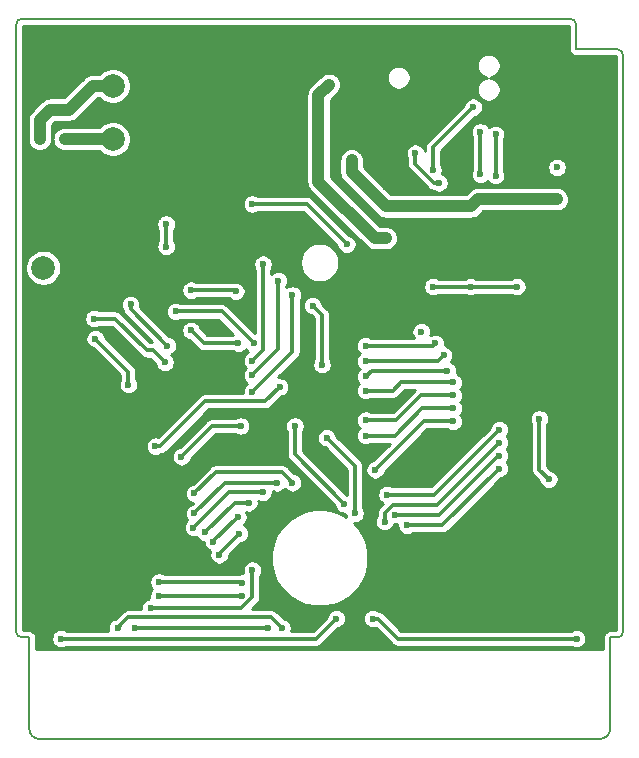
<source format=gbr>
G04 #@! TF.GenerationSoftware,KiCad,Pcbnew,5.1.2-f72e74a~84~ubuntu19.04.1*
G04 #@! TF.CreationDate,2019-06-20T20:29:00+03:00*
G04 #@! TF.ProjectId,GB-CART2M-A,47422d43-4152-4543-924d-2d412e6b6963,v1.1*
G04 #@! TF.SameCoordinates,Original*
G04 #@! TF.FileFunction,Copper,L2,Bot*
G04 #@! TF.FilePolarity,Positive*
%FSLAX46Y46*%
G04 Gerber Fmt 4.6, Leading zero omitted, Abs format (unit mm)*
G04 Created by KiCad (PCBNEW 5.1.2-f72e74a~84~ubuntu19.04.1) date 2019-06-20 20:29:00*
%MOMM*%
%LPD*%
G04 APERTURE LIST*
%ADD10C,0.150000*%
%ADD11C,2.000000*%
%ADD12C,0.600000*%
%ADD13C,1.000000*%
%ADD14C,0.320000*%
%ADD15C,0.254000*%
G04 APERTURE END LIST*
D10*
X74800000Y-91400000D02*
G75*
G02X74300000Y-90900000I0J500000D01*
G01*
X74300000Y-39500000D02*
G75*
G02X74800000Y-39000000I500000J0D01*
G01*
X121200000Y-39000000D02*
G75*
G02X121700000Y-39500000I0J-500000D01*
G01*
X125200000Y-41600000D02*
G75*
G02X125700000Y-42100000I0J-500000D01*
G01*
X125700000Y-90900000D02*
G75*
G02X125200000Y-91400000I-500000J0D01*
G01*
X76300000Y-100000000D02*
G75*
G02X75400000Y-99100000I0J900000D01*
G01*
X124600000Y-99100000D02*
G75*
G02X123700000Y-100000000I-900000J0D01*
G01*
X121700000Y-39500000D02*
X121700000Y-41600000D01*
X74800000Y-39000000D02*
X121200000Y-39000000D01*
X125200000Y-41600000D02*
X121700000Y-41600000D01*
X74300000Y-90900000D02*
X74300000Y-39500000D01*
X75400000Y-91400000D02*
X74800000Y-91400000D01*
X75400000Y-99100000D02*
X75400000Y-91400000D01*
X125700000Y-90900000D02*
X125700000Y-42100000D01*
X124600000Y-91400000D02*
X125200000Y-91400000D01*
X124600000Y-99100000D02*
X124600000Y-91400000D01*
X76300000Y-100000000D02*
X123700000Y-100000000D01*
D11*
X82500000Y-44700000D03*
X76600000Y-60100000D03*
X82500000Y-49200000D03*
D12*
X120100000Y-51600000D03*
X105600000Y-57600000D03*
X99900000Y-52800000D03*
X78400000Y-49200000D03*
X100800000Y-44600000D03*
X86900000Y-68100000D03*
X80900000Y-64400000D03*
X120100000Y-54300000D03*
X105600000Y-54900000D03*
X102700000Y-51000000D03*
X76300000Y-49200000D03*
X121750000Y-91500000D03*
X78100000Y-91500000D03*
X101400000Y-89800000D03*
X104500000Y-89800000D03*
X123400000Y-90200000D03*
X78550000Y-57500000D03*
X77300000Y-54000000D03*
X75700000Y-52200000D03*
X85400000Y-68100000D03*
X100900000Y-71800000D03*
X120100000Y-55900000D03*
X120100000Y-50000000D03*
X105600000Y-59200000D03*
X110100000Y-57600000D03*
X105600000Y-53300000D03*
X116100000Y-48900000D03*
X76300000Y-44999694D03*
X78400000Y-45000000D03*
X112600000Y-57600000D03*
X112650000Y-49000000D03*
X107900000Y-41800000D03*
X113100000Y-41800000D03*
X104900000Y-42700000D03*
X110099998Y-52900000D03*
X108100000Y-50400000D03*
X114900000Y-48800000D03*
X114900000Y-52300002D03*
X109599992Y-51850000D03*
X113000000Y-46500000D03*
X94300000Y-70599998D03*
X97700000Y-62400000D03*
X96500000Y-61200000D03*
X94300000Y-69200000D03*
X95200000Y-59800000D03*
X94300000Y-67965960D03*
X116700000Y-61700000D03*
X118600000Y-72900000D03*
X119400000Y-78000000D03*
X112800000Y-61700000D03*
X94300000Y-54700000D03*
X102300000Y-58100000D03*
X109600000Y-61700000D03*
X104700000Y-77200000D03*
X111300000Y-73100000D03*
X103900000Y-74300000D03*
X111300000Y-72000000D03*
X103900000Y-73000000D03*
X111300006Y-70900000D03*
X103900000Y-70500000D03*
X111300000Y-69800000D03*
X103900000Y-69300000D03*
X110800000Y-68800000D03*
X103900000Y-68000000D03*
X110500000Y-67500000D03*
X103900000Y-66700000D03*
X109800000Y-66500000D03*
X108600000Y-65500000D03*
X113600000Y-52200000D03*
X113600000Y-48600000D03*
X87000000Y-56400000D03*
X87000000Y-58299998D03*
X85700000Y-88900000D03*
X94300000Y-85700000D03*
X105700000Y-79300000D03*
X115200000Y-73800000D03*
X99400000Y-63300000D03*
X100600000Y-74500000D03*
X105500000Y-81600000D03*
X115200000Y-74900000D03*
X103000000Y-80900000D03*
X100200000Y-68300000D03*
X106400000Y-81000000D03*
X115200000Y-76000000D03*
X97900000Y-73500000D03*
X115200000Y-77100000D03*
X107400000Y-81900000D03*
X102100000Y-80100000D03*
X83800000Y-70000000D03*
X81000000Y-66100000D03*
X93199994Y-82600000D03*
X91500000Y-84400000D03*
X93072732Y-81200000D03*
X91000000Y-83300000D03*
X93999994Y-79999994D03*
X90300000Y-82500000D03*
X95200001Y-79100000D03*
X89300000Y-82100000D03*
X89400000Y-80900000D03*
X96400000Y-78300002D03*
X89400000Y-79200000D03*
X97700000Y-78300000D03*
X93400000Y-87900000D03*
X96600000Y-70200000D03*
X86100000Y-75200000D03*
X86400010Y-87900000D03*
X89100000Y-62000000D03*
X92900016Y-62100000D03*
X93300000Y-73500000D03*
X88300000Y-76100000D03*
X86399996Y-86700000D03*
X93400000Y-86800000D03*
X96800000Y-90599998D03*
X94400000Y-66500000D03*
X87800000Y-63800000D03*
X82900000Y-90600000D03*
X95600000Y-90600000D03*
X93100000Y-66500000D03*
X89100000Y-65400000D03*
X84400000Y-90599994D03*
X87100000Y-66700000D03*
X84000000Y-63200000D03*
D13*
X105600000Y-57600000D02*
X104700000Y-57600000D01*
X104700000Y-57600000D02*
X99900000Y-52800000D01*
X78400000Y-49200000D02*
X82500000Y-49200000D01*
X99900000Y-52800000D02*
X99900000Y-50200000D01*
X99900000Y-50200000D02*
X99900000Y-45500000D01*
X99900000Y-45500000D02*
X100800000Y-44600000D01*
D14*
X85376802Y-67100000D02*
X82676802Y-64400000D01*
X82676802Y-64400000D02*
X80900000Y-64400000D01*
X86900000Y-68100000D02*
X85900000Y-67100000D01*
X85900000Y-67100000D02*
X85376802Y-67100000D01*
D13*
X113400000Y-54300000D02*
X120100000Y-54300000D01*
X105600000Y-54900000D02*
X112800000Y-54900000D01*
X112800000Y-54900000D02*
X113400000Y-54300000D01*
X105600000Y-54900000D02*
X102700000Y-52000000D01*
X102700000Y-52000000D02*
X102700000Y-51000000D01*
X77200000Y-46700000D02*
X76300000Y-47600000D01*
X78800000Y-46700000D02*
X77200000Y-46700000D01*
X82500000Y-44700000D02*
X80800000Y-44700000D01*
X76300000Y-47600000D02*
X76300000Y-49200000D01*
X80800000Y-44700000D02*
X78800000Y-46700000D01*
D14*
X78100000Y-91500000D02*
X99700000Y-91500000D01*
X101100001Y-90099999D02*
X101400000Y-89800000D01*
X99700000Y-91500000D02*
X101100001Y-90099999D01*
X104924264Y-89800000D02*
X104500000Y-89800000D01*
X121750000Y-91500000D02*
X106624264Y-91500000D01*
X106624264Y-91500000D02*
X104924264Y-89800000D01*
X110099998Y-52900000D02*
X109675734Y-52900000D01*
X109675734Y-52900000D02*
X108100000Y-51324266D01*
X108100000Y-51324266D02*
X108100000Y-50824264D01*
X108100000Y-50824264D02*
X108100000Y-50400000D01*
X114900000Y-48800000D02*
X114900000Y-52300002D01*
X109599992Y-51850000D02*
X109599992Y-50899992D01*
X109599992Y-50899992D02*
X109599992Y-49900008D01*
X109599992Y-49900008D02*
X113000000Y-46500000D01*
X97700000Y-62824264D02*
X97700000Y-62400000D01*
X97700000Y-67199998D02*
X97700000Y-62824264D01*
X94300000Y-70599998D02*
X97700000Y-67199998D01*
X96500000Y-67000000D02*
X94300000Y-69200000D01*
X96500000Y-61200000D02*
X96500000Y-67000000D01*
X95200000Y-59800000D02*
X95200000Y-67065960D01*
X95200000Y-67065960D02*
X94300000Y-67965960D01*
X118600000Y-72900000D02*
X118600000Y-77200000D01*
X118600000Y-77200000D02*
X119400000Y-78000000D01*
X112800000Y-61700000D02*
X116700000Y-61700000D01*
X109600000Y-61700000D02*
X112800000Y-61700000D01*
X98900000Y-54700000D02*
X102300000Y-58100000D01*
X94300000Y-54700000D02*
X98900000Y-54700000D01*
X111200000Y-73100000D02*
X111300000Y-73100000D01*
X104700000Y-77200000D02*
X108800000Y-73100000D01*
X108800000Y-73100000D02*
X111200000Y-73100000D01*
X110875736Y-72000000D02*
X111300000Y-72000000D01*
X108700000Y-72000000D02*
X110875736Y-72000000D01*
X103900000Y-74300000D02*
X106400000Y-74300000D01*
X106400000Y-74300000D02*
X108700000Y-72000000D01*
X110875742Y-70900000D02*
X111300006Y-70900000D01*
X108600000Y-70900000D02*
X110875742Y-70900000D01*
X103900000Y-73000000D02*
X106500000Y-73000000D01*
X106500000Y-73000000D02*
X108600000Y-70900000D01*
X106900000Y-69800000D02*
X111300000Y-69800000D01*
X103900000Y-70500000D02*
X106200000Y-70500000D01*
X106200000Y-70500000D02*
X106900000Y-69800000D01*
X103900000Y-69300000D02*
X104400000Y-68800000D01*
X104400000Y-68800000D02*
X110800000Y-68800000D01*
X103900000Y-68000000D02*
X110000000Y-68000000D01*
X110000000Y-68000000D02*
X110500000Y-67500000D01*
X109600000Y-66700000D02*
X109800000Y-66500000D01*
X103900000Y-66700000D02*
X109600000Y-66700000D01*
X113600000Y-48600000D02*
X113600000Y-52200000D01*
X87000000Y-56400000D02*
X87000000Y-58299998D01*
X93376802Y-88900000D02*
X94300000Y-87976802D01*
X85700000Y-88900000D02*
X93376802Y-88900000D01*
X94300000Y-86124264D02*
X94300000Y-85700000D01*
X94300000Y-87976802D02*
X94300000Y-86124264D01*
X115100000Y-73900000D02*
X115100000Y-73800000D01*
X105700000Y-79300000D02*
X109700000Y-79300000D01*
X115100000Y-73800000D02*
X115200000Y-73800000D01*
X109700000Y-79300000D02*
X115100000Y-73900000D01*
X109900000Y-80200000D02*
X115200000Y-74900000D01*
X106200000Y-80200000D02*
X109900000Y-80200000D01*
X105500000Y-81600000D02*
X105500000Y-80900000D01*
X105500000Y-80900000D02*
X106200000Y-80200000D01*
X103000000Y-76900000D02*
X103000000Y-80900000D01*
X100600000Y-74500000D02*
X103000000Y-76900000D01*
X100200000Y-64100000D02*
X100200000Y-67875736D01*
X99400000Y-63300000D02*
X100200000Y-64100000D01*
X100200000Y-67875736D02*
X100200000Y-68300000D01*
X115100000Y-76000000D02*
X115200000Y-76000000D01*
X106400000Y-81000000D02*
X110100000Y-81000000D01*
X110100000Y-81000000D02*
X115100000Y-76000000D01*
X110400000Y-81900000D02*
X107400000Y-81900000D01*
X115200000Y-77100000D02*
X110400000Y-81900000D01*
X102000000Y-80000000D02*
X102100000Y-80100000D01*
X97900000Y-75900000D02*
X102000000Y-80000000D01*
X97900000Y-73500000D02*
X97900000Y-75900000D01*
X83800000Y-68900000D02*
X81000000Y-66100000D01*
X83800000Y-70000000D02*
X83800000Y-68900000D01*
X91500000Y-84299994D02*
X91500000Y-84400000D01*
X93199994Y-82600000D02*
X91500000Y-84299994D01*
X93072732Y-81200000D02*
X91000000Y-83272732D01*
X91000000Y-83272732D02*
X91000000Y-83300000D01*
X93999994Y-79999994D02*
X92800006Y-79999994D01*
X92800006Y-79999994D02*
X90300000Y-82500000D01*
X95200001Y-79100000D02*
X92300000Y-79100000D01*
X92300000Y-79100000D02*
X89300000Y-82100000D01*
X89400000Y-80900000D02*
X91999998Y-78300002D01*
X91999998Y-78300002D02*
X96400000Y-78300002D01*
X89400000Y-79200000D02*
X91200000Y-77400000D01*
X96800000Y-77400000D02*
X97400001Y-78000001D01*
X97400001Y-78000001D02*
X97700000Y-78300000D01*
X91200000Y-77400000D02*
X96800000Y-77400000D01*
X86524264Y-75200000D02*
X86100000Y-75200000D01*
X90324264Y-71400000D02*
X86524264Y-75200000D01*
X96600000Y-70200000D02*
X95400000Y-71400000D01*
X95400000Y-71400000D02*
X90324264Y-71400000D01*
X93400000Y-87900000D02*
X86400010Y-87900000D01*
X92800016Y-62000000D02*
X92900016Y-62100000D01*
X89100000Y-62000000D02*
X92800016Y-62000000D01*
X93300000Y-73500000D02*
X90900000Y-73500000D01*
X90900000Y-73500000D02*
X88300000Y-76100000D01*
X86399996Y-86700000D02*
X93300000Y-86700000D01*
X93300000Y-86700000D02*
X93400000Y-86800000D01*
X94400000Y-66500000D02*
X91700000Y-63800000D01*
X91700000Y-63800000D02*
X87800000Y-63800000D01*
X95900003Y-89700001D02*
X83799999Y-89700001D01*
X83199999Y-90300001D02*
X82900000Y-90600000D01*
X96800000Y-90599998D02*
X95900003Y-89700001D01*
X83799999Y-89700001D02*
X83199999Y-90300001D01*
X93100000Y-66500000D02*
X90200000Y-66500000D01*
X90200000Y-66500000D02*
X89100000Y-65400000D01*
X84400006Y-90600000D02*
X84400000Y-90599994D01*
X95600000Y-90600000D02*
X84400006Y-90600000D01*
X87100000Y-66700000D02*
X84000000Y-63600000D01*
X84000000Y-63600000D02*
X84000000Y-63200000D01*
D15*
G36*
X121098001Y-41570424D02*
G01*
X121095088Y-41600000D01*
X121106711Y-41718012D01*
X121141134Y-41831490D01*
X121197034Y-41936071D01*
X121272263Y-42027737D01*
X121363929Y-42102966D01*
X121468510Y-42158866D01*
X121581988Y-42193289D01*
X121670434Y-42202000D01*
X121700000Y-42204912D01*
X121729566Y-42202000D01*
X125098001Y-42202000D01*
X125098000Y-90798000D01*
X124629566Y-90798000D01*
X124600000Y-90795088D01*
X124555224Y-90799498D01*
X124481988Y-90806711D01*
X124368510Y-90841134D01*
X124263929Y-90897034D01*
X124172263Y-90972263D01*
X124097034Y-91063929D01*
X124041134Y-91168510D01*
X124006711Y-91281988D01*
X123995088Y-91400000D01*
X123998001Y-91429577D01*
X123998001Y-92373000D01*
X76002000Y-92373000D01*
X76002000Y-91429566D01*
X76003085Y-91418548D01*
X77273000Y-91418548D01*
X77273000Y-91581452D01*
X77304782Y-91741227D01*
X77367123Y-91891731D01*
X77457628Y-92027181D01*
X77572819Y-92142372D01*
X77708269Y-92232877D01*
X77858773Y-92295218D01*
X78018548Y-92327000D01*
X78181452Y-92327000D01*
X78341227Y-92295218D01*
X78491731Y-92232877D01*
X78560391Y-92187000D01*
X99666255Y-92187000D01*
X99700000Y-92190324D01*
X99733745Y-92187000D01*
X99733750Y-92187000D01*
X99834676Y-92177060D01*
X99964176Y-92137776D01*
X100005747Y-92115555D01*
X100083523Y-92073984D01*
X100140552Y-92027181D01*
X100188133Y-91988133D01*
X100209650Y-91961914D01*
X101560235Y-90611329D01*
X101641227Y-90595218D01*
X101791731Y-90532877D01*
X101927181Y-90442372D01*
X102042372Y-90327181D01*
X102132877Y-90191731D01*
X102195218Y-90041227D01*
X102227000Y-89881452D01*
X102227000Y-89718548D01*
X103673000Y-89718548D01*
X103673000Y-89881452D01*
X103704782Y-90041227D01*
X103767123Y-90191731D01*
X103857628Y-90327181D01*
X103972819Y-90442372D01*
X104108269Y-90532877D01*
X104258773Y-90595218D01*
X104418548Y-90627000D01*
X104581452Y-90627000D01*
X104741227Y-90595218D01*
X104745958Y-90593258D01*
X106114618Y-91961919D01*
X106136131Y-91988133D01*
X106162345Y-92009646D01*
X106162346Y-92009647D01*
X106240740Y-92073983D01*
X106360088Y-92137776D01*
X106489588Y-92177060D01*
X106590514Y-92187000D01*
X106590518Y-92187000D01*
X106624263Y-92190324D01*
X106658008Y-92187000D01*
X121289609Y-92187000D01*
X121358269Y-92232877D01*
X121508773Y-92295218D01*
X121668548Y-92327000D01*
X121831452Y-92327000D01*
X121991227Y-92295218D01*
X122141731Y-92232877D01*
X122277181Y-92142372D01*
X122392372Y-92027181D01*
X122482877Y-91891731D01*
X122545218Y-91741227D01*
X122577000Y-91581452D01*
X122577000Y-91418548D01*
X122545218Y-91258773D01*
X122482877Y-91108269D01*
X122392372Y-90972819D01*
X122277181Y-90857628D01*
X122141731Y-90767123D01*
X121991227Y-90704782D01*
X121831452Y-90673000D01*
X121668548Y-90673000D01*
X121508773Y-90704782D01*
X121358269Y-90767123D01*
X121289609Y-90813000D01*
X106908829Y-90813000D01*
X105433914Y-89338086D01*
X105412397Y-89311867D01*
X105356407Y-89265918D01*
X105307787Y-89226016D01*
X105230011Y-89184445D01*
X105188440Y-89162224D01*
X105058940Y-89122940D01*
X104960801Y-89113275D01*
X104891731Y-89067123D01*
X104741227Y-89004782D01*
X104581452Y-88973000D01*
X104418548Y-88973000D01*
X104258773Y-89004782D01*
X104108269Y-89067123D01*
X103972819Y-89157628D01*
X103857628Y-89272819D01*
X103767123Y-89408269D01*
X103704782Y-89558773D01*
X103673000Y-89718548D01*
X102227000Y-89718548D01*
X102195218Y-89558773D01*
X102132877Y-89408269D01*
X102042372Y-89272819D01*
X101927181Y-89157628D01*
X101791731Y-89067123D01*
X101641227Y-89004782D01*
X101481452Y-88973000D01*
X101318548Y-88973000D01*
X101158773Y-89004782D01*
X101008269Y-89067123D01*
X100872819Y-89157628D01*
X100757628Y-89272819D01*
X100667123Y-89408269D01*
X100604782Y-89558773D01*
X100588671Y-89639765D01*
X99415436Y-90813000D01*
X97600832Y-90813000D01*
X97627000Y-90681450D01*
X97627000Y-90518546D01*
X97595218Y-90358771D01*
X97532877Y-90208267D01*
X97442372Y-90072817D01*
X97327181Y-89957626D01*
X97191731Y-89867121D01*
X97041227Y-89804780D01*
X96960236Y-89788670D01*
X96409653Y-89238087D01*
X96388136Y-89211868D01*
X96327644Y-89162224D01*
X96283526Y-89126017D01*
X96173342Y-89067123D01*
X96164179Y-89062225D01*
X96034679Y-89022941D01*
X95933753Y-89013001D01*
X95933748Y-89013001D01*
X95900003Y-89009677D01*
X95866258Y-89013001D01*
X94235365Y-89013001D01*
X94761923Y-88486443D01*
X94788132Y-88464935D01*
X94809642Y-88438725D01*
X94809647Y-88438720D01*
X94873983Y-88360326D01*
X94937776Y-88240978D01*
X94946263Y-88213000D01*
X94977060Y-88111478D01*
X94987000Y-88010552D01*
X94987000Y-88010548D01*
X94990324Y-87976803D01*
X94987000Y-87943058D01*
X94987000Y-86160391D01*
X95032877Y-86091731D01*
X95095218Y-85941227D01*
X95127000Y-85781452D01*
X95127000Y-85618548D01*
X95095218Y-85458773D01*
X95032877Y-85308269D01*
X94942372Y-85172819D01*
X94827181Y-85057628D01*
X94691731Y-84967123D01*
X94541227Y-84904782D01*
X94381452Y-84873000D01*
X94218548Y-84873000D01*
X94058773Y-84904782D01*
X93908269Y-84967123D01*
X93772819Y-85057628D01*
X93657628Y-85172819D01*
X93567123Y-85308269D01*
X93504782Y-85458773D01*
X93473000Y-85618548D01*
X93473000Y-85781452D01*
X93504782Y-85941227D01*
X93521219Y-85980910D01*
X93481452Y-85973000D01*
X93318548Y-85973000D01*
X93158773Y-86004782D01*
X93138933Y-86013000D01*
X86860387Y-86013000D01*
X86791727Y-85967123D01*
X86641223Y-85904782D01*
X86481448Y-85873000D01*
X86318544Y-85873000D01*
X86158769Y-85904782D01*
X86008265Y-85967123D01*
X85872815Y-86057628D01*
X85757624Y-86172819D01*
X85667119Y-86308269D01*
X85604778Y-86458773D01*
X85572996Y-86618548D01*
X85572996Y-86781452D01*
X85604778Y-86941227D01*
X85667119Y-87091731D01*
X85757624Y-87227181D01*
X85830450Y-87300007D01*
X85757638Y-87372819D01*
X85667133Y-87508269D01*
X85604792Y-87658773D01*
X85573010Y-87818548D01*
X85573010Y-87981452D01*
X85592261Y-88078229D01*
X85458773Y-88104782D01*
X85308269Y-88167123D01*
X85172819Y-88257628D01*
X85057628Y-88372819D01*
X84967123Y-88508269D01*
X84904782Y-88658773D01*
X84873000Y-88818548D01*
X84873000Y-88981452D01*
X84879276Y-89013001D01*
X83833743Y-89013001D01*
X83799998Y-89009677D01*
X83766253Y-89013001D01*
X83766249Y-89013001D01*
X83665323Y-89022941D01*
X83535823Y-89062225D01*
X83416475Y-89126018D01*
X83338081Y-89190354D01*
X83311866Y-89211868D01*
X83290353Y-89238082D01*
X82739765Y-89788671D01*
X82658773Y-89804782D01*
X82508269Y-89867123D01*
X82372819Y-89957628D01*
X82257628Y-90072819D01*
X82167123Y-90208269D01*
X82104782Y-90358773D01*
X82073000Y-90518548D01*
X82073000Y-90681452D01*
X82099167Y-90813000D01*
X78560391Y-90813000D01*
X78491731Y-90767123D01*
X78341227Y-90704782D01*
X78181452Y-90673000D01*
X78018548Y-90673000D01*
X77858773Y-90704782D01*
X77708269Y-90767123D01*
X77572819Y-90857628D01*
X77457628Y-90972819D01*
X77367123Y-91108269D01*
X77304782Y-91258773D01*
X77273000Y-91418548D01*
X76003085Y-91418548D01*
X76004912Y-91400000D01*
X75993289Y-91281988D01*
X75958866Y-91168510D01*
X75902966Y-91063929D01*
X75827737Y-90972263D01*
X75736071Y-90897034D01*
X75631490Y-90841134D01*
X75518012Y-90806711D01*
X75400000Y-90795088D01*
X75370434Y-90798000D01*
X74902000Y-90798000D01*
X74902000Y-82018548D01*
X88473000Y-82018548D01*
X88473000Y-82181452D01*
X88504782Y-82341227D01*
X88567123Y-82491731D01*
X88657628Y-82627181D01*
X88772819Y-82742372D01*
X88908269Y-82832877D01*
X89058773Y-82895218D01*
X89218548Y-82927000D01*
X89381452Y-82927000D01*
X89541227Y-82895218D01*
X89564563Y-82885552D01*
X89567123Y-82891731D01*
X89657628Y-83027181D01*
X89772819Y-83142372D01*
X89908269Y-83232877D01*
X90058773Y-83295218D01*
X90173000Y-83317940D01*
X90173000Y-83381452D01*
X90204782Y-83541227D01*
X90267123Y-83691731D01*
X90357628Y-83827181D01*
X90472819Y-83942372D01*
X90608269Y-84032877D01*
X90735159Y-84085437D01*
X90704782Y-84158773D01*
X90673000Y-84318548D01*
X90673000Y-84481452D01*
X90704782Y-84641227D01*
X90767123Y-84791731D01*
X90857628Y-84927181D01*
X90972819Y-85042372D01*
X91108269Y-85132877D01*
X91258773Y-85195218D01*
X91418548Y-85227000D01*
X91581452Y-85227000D01*
X91741227Y-85195218D01*
X91891731Y-85132877D01*
X92027181Y-85042372D01*
X92142372Y-84927181D01*
X92232877Y-84791731D01*
X92295218Y-84641227D01*
X92327000Y-84481452D01*
X92327000Y-84444558D01*
X92528032Y-84243526D01*
X95873000Y-84243526D01*
X95873000Y-85056474D01*
X96031598Y-85853802D01*
X96342700Y-86604868D01*
X96794350Y-87280809D01*
X97369191Y-87855650D01*
X98045132Y-88307300D01*
X98796198Y-88618402D01*
X99593526Y-88777000D01*
X100406474Y-88777000D01*
X101203802Y-88618402D01*
X101954868Y-88307300D01*
X102630809Y-87855650D01*
X103205650Y-87280809D01*
X103657300Y-86604868D01*
X103968402Y-85853802D01*
X104127000Y-85056474D01*
X104127000Y-84243526D01*
X103968402Y-83446198D01*
X103657300Y-82695132D01*
X103205650Y-82019191D01*
X102912195Y-81725736D01*
X102918548Y-81727000D01*
X103081452Y-81727000D01*
X103241227Y-81695218D01*
X103391731Y-81632877D01*
X103527181Y-81542372D01*
X103551005Y-81518548D01*
X104673000Y-81518548D01*
X104673000Y-81681452D01*
X104704782Y-81841227D01*
X104767123Y-81991731D01*
X104857628Y-82127181D01*
X104972819Y-82242372D01*
X105108269Y-82332877D01*
X105258773Y-82395218D01*
X105418548Y-82427000D01*
X105581452Y-82427000D01*
X105741227Y-82395218D01*
X105891731Y-82332877D01*
X106027181Y-82242372D01*
X106142372Y-82127181D01*
X106232877Y-81991731D01*
X106295218Y-81841227D01*
X106298828Y-81823077D01*
X106318548Y-81827000D01*
X106481452Y-81827000D01*
X106575021Y-81808387D01*
X106573000Y-81818548D01*
X106573000Y-81981452D01*
X106604782Y-82141227D01*
X106667123Y-82291731D01*
X106757628Y-82427181D01*
X106872819Y-82542372D01*
X107008269Y-82632877D01*
X107158773Y-82695218D01*
X107318548Y-82727000D01*
X107481452Y-82727000D01*
X107641227Y-82695218D01*
X107791731Y-82632877D01*
X107860391Y-82587000D01*
X110366255Y-82587000D01*
X110400000Y-82590324D01*
X110433745Y-82587000D01*
X110433750Y-82587000D01*
X110534676Y-82577060D01*
X110664176Y-82537776D01*
X110725903Y-82504782D01*
X110783523Y-82473984D01*
X110840773Y-82427000D01*
X110888133Y-82388133D01*
X110909650Y-82361914D01*
X115360237Y-77911328D01*
X115441227Y-77895218D01*
X115591731Y-77832877D01*
X115727181Y-77742372D01*
X115842372Y-77627181D01*
X115932877Y-77491731D01*
X115995218Y-77341227D01*
X116027000Y-77181452D01*
X116027000Y-77018548D01*
X115995218Y-76858773D01*
X115932877Y-76708269D01*
X115842372Y-76572819D01*
X115819553Y-76550000D01*
X115842372Y-76527181D01*
X115932877Y-76391731D01*
X115995218Y-76241227D01*
X116027000Y-76081452D01*
X116027000Y-75918548D01*
X115995218Y-75758773D01*
X115932877Y-75608269D01*
X115842372Y-75472819D01*
X115819553Y-75450000D01*
X115842372Y-75427181D01*
X115932877Y-75291731D01*
X115995218Y-75141227D01*
X116027000Y-74981452D01*
X116027000Y-74818548D01*
X115995218Y-74658773D01*
X115932877Y-74508269D01*
X115842372Y-74372819D01*
X115819553Y-74350000D01*
X115842372Y-74327181D01*
X115932877Y-74191731D01*
X115995218Y-74041227D01*
X116027000Y-73881452D01*
X116027000Y-73718548D01*
X115995218Y-73558773D01*
X115932877Y-73408269D01*
X115842372Y-73272819D01*
X115727181Y-73157628D01*
X115591731Y-73067123D01*
X115441227Y-73004782D01*
X115281452Y-72973000D01*
X115118548Y-72973000D01*
X114958773Y-73004782D01*
X114808269Y-73067123D01*
X114672819Y-73157628D01*
X114557628Y-73272819D01*
X114467123Y-73408269D01*
X114404782Y-73558773D01*
X114388672Y-73639763D01*
X109415436Y-78613000D01*
X106160391Y-78613000D01*
X106091731Y-78567123D01*
X105941227Y-78504782D01*
X105781452Y-78473000D01*
X105618548Y-78473000D01*
X105458773Y-78504782D01*
X105308269Y-78567123D01*
X105172819Y-78657628D01*
X105057628Y-78772819D01*
X104967123Y-78908269D01*
X104904782Y-79058773D01*
X104873000Y-79218548D01*
X104873000Y-79381452D01*
X104904782Y-79541227D01*
X104967123Y-79691731D01*
X105057628Y-79827181D01*
X105172819Y-79942372D01*
X105308269Y-80032877D01*
X105369992Y-80058444D01*
X105038082Y-80390354D01*
X105011868Y-80411867D01*
X104990355Y-80438081D01*
X104990353Y-80438083D01*
X104926016Y-80516477D01*
X104862224Y-80635825D01*
X104860240Y-80642366D01*
X104822940Y-80765324D01*
X104813000Y-80866250D01*
X104813000Y-80866255D01*
X104809676Y-80900000D01*
X104813000Y-80933745D01*
X104813000Y-81139609D01*
X104767123Y-81208269D01*
X104704782Y-81358773D01*
X104673000Y-81518548D01*
X103551005Y-81518548D01*
X103642372Y-81427181D01*
X103732877Y-81291731D01*
X103795218Y-81141227D01*
X103827000Y-80981452D01*
X103827000Y-80818548D01*
X103795218Y-80658773D01*
X103732877Y-80508269D01*
X103687000Y-80439609D01*
X103687000Y-76933747D01*
X103690324Y-76900000D01*
X103687000Y-76866250D01*
X103677060Y-76765324D01*
X103637776Y-76635824D01*
X103613471Y-76590353D01*
X103573984Y-76516476D01*
X103509647Y-76438082D01*
X103509642Y-76438077D01*
X103488132Y-76411867D01*
X103461924Y-76390359D01*
X101411329Y-74339764D01*
X101395218Y-74258773D01*
X101332877Y-74108269D01*
X101242372Y-73972819D01*
X101127181Y-73857628D01*
X100991731Y-73767123D01*
X100841227Y-73704782D01*
X100681452Y-73673000D01*
X100518548Y-73673000D01*
X100358773Y-73704782D01*
X100208269Y-73767123D01*
X100072819Y-73857628D01*
X99957628Y-73972819D01*
X99867123Y-74108269D01*
X99804782Y-74258773D01*
X99773000Y-74418548D01*
X99773000Y-74581452D01*
X99804782Y-74741227D01*
X99867123Y-74891731D01*
X99957628Y-75027181D01*
X100072819Y-75142372D01*
X100208269Y-75232877D01*
X100358773Y-75295218D01*
X100439764Y-75311329D01*
X102313000Y-77184565D01*
X102313001Y-79299167D01*
X102260237Y-79288672D01*
X98587000Y-75615436D01*
X98587000Y-73960391D01*
X98632877Y-73891731D01*
X98695218Y-73741227D01*
X98727000Y-73581452D01*
X98727000Y-73418548D01*
X98695218Y-73258773D01*
X98632877Y-73108269D01*
X98542372Y-72972819D01*
X98427181Y-72857628D01*
X98291731Y-72767123D01*
X98141227Y-72704782D01*
X97981452Y-72673000D01*
X97818548Y-72673000D01*
X97658773Y-72704782D01*
X97508269Y-72767123D01*
X97372819Y-72857628D01*
X97257628Y-72972819D01*
X97167123Y-73108269D01*
X97104782Y-73258773D01*
X97073000Y-73418548D01*
X97073000Y-73581452D01*
X97104782Y-73741227D01*
X97167123Y-73891731D01*
X97213000Y-73960391D01*
X97213001Y-75866245D01*
X97209676Y-75900000D01*
X97213001Y-75933750D01*
X97222941Y-76034676D01*
X97237131Y-76081452D01*
X97262224Y-76164175D01*
X97326016Y-76283523D01*
X97390353Y-76361917D01*
X97411868Y-76388133D01*
X97438082Y-76409646D01*
X101288672Y-80260237D01*
X101304782Y-80341227D01*
X101367123Y-80491731D01*
X101457628Y-80627181D01*
X101572819Y-80742372D01*
X101708269Y-80832877D01*
X101858773Y-80895218D01*
X102018548Y-80927000D01*
X102173000Y-80927000D01*
X102173000Y-80981452D01*
X102204782Y-81141227D01*
X102215355Y-81166752D01*
X101954868Y-80992700D01*
X101203802Y-80681598D01*
X100406474Y-80523000D01*
X99593526Y-80523000D01*
X98796198Y-80681598D01*
X98045132Y-80992700D01*
X97369191Y-81444350D01*
X96794350Y-82019191D01*
X96342700Y-82695132D01*
X96031598Y-83446198D01*
X95873000Y-84243526D01*
X92528032Y-84243526D01*
X93360230Y-83411328D01*
X93441221Y-83395218D01*
X93591725Y-83332877D01*
X93727175Y-83242372D01*
X93842366Y-83127181D01*
X93932871Y-82991731D01*
X93995212Y-82841227D01*
X94026994Y-82681452D01*
X94026994Y-82518548D01*
X93995212Y-82358773D01*
X93932871Y-82208269D01*
X93842366Y-82072819D01*
X93727175Y-81957628D01*
X93591725Y-81867123D01*
X93573913Y-81859745D01*
X93599913Y-81842372D01*
X93715104Y-81727181D01*
X93805609Y-81591731D01*
X93867950Y-81441227D01*
X93899732Y-81281452D01*
X93899732Y-81118548D01*
X93867950Y-80958773D01*
X93805609Y-80808269D01*
X93802727Y-80803956D01*
X93918542Y-80826994D01*
X94081446Y-80826994D01*
X94241221Y-80795212D01*
X94391725Y-80732871D01*
X94527175Y-80642366D01*
X94642366Y-80527175D01*
X94732871Y-80391725D01*
X94795212Y-80241221D01*
X94826994Y-80081446D01*
X94826994Y-79918542D01*
X94810105Y-79833637D01*
X94958774Y-79895218D01*
X95118549Y-79927000D01*
X95281453Y-79927000D01*
X95441228Y-79895218D01*
X95591732Y-79832877D01*
X95727182Y-79742372D01*
X95842373Y-79627181D01*
X95932878Y-79491731D01*
X95995219Y-79341227D01*
X96027001Y-79181452D01*
X96027001Y-79040638D01*
X96158773Y-79095220D01*
X96318548Y-79127002D01*
X96481452Y-79127002D01*
X96641227Y-79095220D01*
X96791731Y-79032879D01*
X96927181Y-78942374D01*
X97042372Y-78827183D01*
X97050001Y-78815766D01*
X97057628Y-78827181D01*
X97172819Y-78942372D01*
X97308269Y-79032877D01*
X97458773Y-79095218D01*
X97618548Y-79127000D01*
X97781452Y-79127000D01*
X97941227Y-79095218D01*
X98091731Y-79032877D01*
X98227181Y-78942372D01*
X98342372Y-78827181D01*
X98432877Y-78691731D01*
X98495218Y-78541227D01*
X98527000Y-78381452D01*
X98527000Y-78218548D01*
X98495218Y-78058773D01*
X98432877Y-77908269D01*
X98342372Y-77772819D01*
X98227181Y-77657628D01*
X98091731Y-77567123D01*
X97941227Y-77504782D01*
X97860237Y-77488672D01*
X97309650Y-76938086D01*
X97288133Y-76911867D01*
X97223437Y-76858773D01*
X97183523Y-76826016D01*
X97069977Y-76765325D01*
X97064176Y-76762224D01*
X96934676Y-76722940D01*
X96833750Y-76713000D01*
X96833745Y-76713000D01*
X96800000Y-76709676D01*
X96766255Y-76713000D01*
X91233744Y-76713000D01*
X91199999Y-76709676D01*
X91166254Y-76713000D01*
X91166250Y-76713000D01*
X91065324Y-76722940D01*
X90935824Y-76762224D01*
X90816476Y-76826017D01*
X90776575Y-76858763D01*
X90711867Y-76911867D01*
X90690350Y-76938086D01*
X89239765Y-78388671D01*
X89158773Y-78404782D01*
X89008269Y-78467123D01*
X88872819Y-78557628D01*
X88757628Y-78672819D01*
X88667123Y-78808269D01*
X88604782Y-78958773D01*
X88573000Y-79118548D01*
X88573000Y-79281452D01*
X88604782Y-79441227D01*
X88667123Y-79591731D01*
X88757628Y-79727181D01*
X88872819Y-79842372D01*
X89008269Y-79932877D01*
X89158773Y-79995218D01*
X89304275Y-80024161D01*
X89239765Y-80088671D01*
X89158773Y-80104782D01*
X89008269Y-80167123D01*
X88872819Y-80257628D01*
X88757628Y-80372819D01*
X88667123Y-80508269D01*
X88604782Y-80658773D01*
X88573000Y-80818548D01*
X88573000Y-80981452D01*
X88604782Y-81141227D01*
X88667123Y-81291731D01*
X88757628Y-81427181D01*
X88781964Y-81451517D01*
X88772819Y-81457628D01*
X88657628Y-81572819D01*
X88567123Y-81708269D01*
X88504782Y-81858773D01*
X88473000Y-82018548D01*
X74902000Y-82018548D01*
X74902000Y-75118548D01*
X85273000Y-75118548D01*
X85273000Y-75281452D01*
X85304782Y-75441227D01*
X85367123Y-75591731D01*
X85457628Y-75727181D01*
X85572819Y-75842372D01*
X85708269Y-75932877D01*
X85858773Y-75995218D01*
X86018548Y-76027000D01*
X86181452Y-76027000D01*
X86223942Y-76018548D01*
X87473000Y-76018548D01*
X87473000Y-76181452D01*
X87504782Y-76341227D01*
X87567123Y-76491731D01*
X87657628Y-76627181D01*
X87772819Y-76742372D01*
X87908269Y-76832877D01*
X88058773Y-76895218D01*
X88218548Y-76927000D01*
X88381452Y-76927000D01*
X88541227Y-76895218D01*
X88691731Y-76832877D01*
X88827181Y-76742372D01*
X88942372Y-76627181D01*
X89032877Y-76491731D01*
X89095218Y-76341227D01*
X89111329Y-76260236D01*
X91184565Y-74187000D01*
X92839609Y-74187000D01*
X92908269Y-74232877D01*
X93058773Y-74295218D01*
X93218548Y-74327000D01*
X93381452Y-74327000D01*
X93541227Y-74295218D01*
X93691731Y-74232877D01*
X93827181Y-74142372D01*
X93942372Y-74027181D01*
X94032877Y-73891731D01*
X94095218Y-73741227D01*
X94127000Y-73581452D01*
X94127000Y-73418548D01*
X94095218Y-73258773D01*
X94032877Y-73108269D01*
X93942372Y-72972819D01*
X93827181Y-72857628D01*
X93691731Y-72767123D01*
X93541227Y-72704782D01*
X93381452Y-72673000D01*
X93218548Y-72673000D01*
X93058773Y-72704782D01*
X92908269Y-72767123D01*
X92839609Y-72813000D01*
X90933744Y-72813000D01*
X90899999Y-72809676D01*
X90866254Y-72813000D01*
X90866250Y-72813000D01*
X90765324Y-72822940D01*
X90635824Y-72862224D01*
X90516476Y-72926017D01*
X90459227Y-72973000D01*
X90411867Y-73011867D01*
X90390354Y-73038081D01*
X88139764Y-75288671D01*
X88058773Y-75304782D01*
X87908269Y-75367123D01*
X87772819Y-75457628D01*
X87657628Y-75572819D01*
X87567123Y-75708269D01*
X87504782Y-75858773D01*
X87473000Y-76018548D01*
X86223942Y-76018548D01*
X86341227Y-75995218D01*
X86491731Y-75932877D01*
X86560801Y-75886725D01*
X86658940Y-75877060D01*
X86788440Y-75837776D01*
X86830011Y-75815555D01*
X86907787Y-75773984D01*
X86977859Y-75716477D01*
X87012397Y-75688133D01*
X87033914Y-75661914D01*
X90608829Y-72087000D01*
X95366255Y-72087000D01*
X95400000Y-72090324D01*
X95433745Y-72087000D01*
X95433750Y-72087000D01*
X95534676Y-72077060D01*
X95664176Y-72037776D01*
X95705747Y-72015555D01*
X95783523Y-71973984D01*
X95832143Y-71934082D01*
X95888133Y-71888133D01*
X95909650Y-71861914D01*
X96760236Y-71011328D01*
X96841227Y-70995218D01*
X96991731Y-70932877D01*
X97127181Y-70842372D01*
X97242372Y-70727181D01*
X97332877Y-70591731D01*
X97395218Y-70441227D01*
X97427000Y-70281452D01*
X97427000Y-70118548D01*
X97395218Y-69958773D01*
X97332877Y-69808269D01*
X97242372Y-69672819D01*
X97127181Y-69557628D01*
X96991731Y-69467123D01*
X96841227Y-69404782D01*
X96681452Y-69373000D01*
X96518548Y-69373000D01*
X96493600Y-69377963D01*
X98161924Y-67709639D01*
X98188132Y-67688131D01*
X98209642Y-67661921D01*
X98209647Y-67661916D01*
X98273983Y-67583522D01*
X98337776Y-67464174D01*
X98342232Y-67449484D01*
X98377060Y-67334674D01*
X98387000Y-67233748D01*
X98387000Y-67233744D01*
X98390324Y-67199999D01*
X98387000Y-67166254D01*
X98387000Y-63218548D01*
X98573000Y-63218548D01*
X98573000Y-63381452D01*
X98604782Y-63541227D01*
X98667123Y-63691731D01*
X98757628Y-63827181D01*
X98872819Y-63942372D01*
X99008269Y-64032877D01*
X99158773Y-64095218D01*
X99239764Y-64111329D01*
X99513000Y-64384565D01*
X99513001Y-67839608D01*
X99467123Y-67908269D01*
X99404782Y-68058773D01*
X99373000Y-68218548D01*
X99373000Y-68381452D01*
X99404782Y-68541227D01*
X99467123Y-68691731D01*
X99557628Y-68827181D01*
X99672819Y-68942372D01*
X99808269Y-69032877D01*
X99958773Y-69095218D01*
X100118548Y-69127000D01*
X100281452Y-69127000D01*
X100441227Y-69095218D01*
X100591731Y-69032877D01*
X100727181Y-68942372D01*
X100842372Y-68827181D01*
X100932877Y-68691731D01*
X100995218Y-68541227D01*
X101027000Y-68381452D01*
X101027000Y-68218548D01*
X100995218Y-68058773D01*
X100932877Y-67908269D01*
X100887000Y-67839609D01*
X100887000Y-66618548D01*
X103073000Y-66618548D01*
X103073000Y-66781452D01*
X103104782Y-66941227D01*
X103167123Y-67091731D01*
X103257628Y-67227181D01*
X103372819Y-67342372D01*
X103384235Y-67350000D01*
X103372819Y-67357628D01*
X103257628Y-67472819D01*
X103167123Y-67608269D01*
X103104782Y-67758773D01*
X103073000Y-67918548D01*
X103073000Y-68081452D01*
X103104782Y-68241227D01*
X103167123Y-68391731D01*
X103257628Y-68527181D01*
X103372819Y-68642372D01*
X103384235Y-68650000D01*
X103372819Y-68657628D01*
X103257628Y-68772819D01*
X103167123Y-68908269D01*
X103104782Y-69058773D01*
X103073000Y-69218548D01*
X103073000Y-69381452D01*
X103104782Y-69541227D01*
X103167123Y-69691731D01*
X103257628Y-69827181D01*
X103330447Y-69900000D01*
X103257628Y-69972819D01*
X103167123Y-70108269D01*
X103104782Y-70258773D01*
X103073000Y-70418548D01*
X103073000Y-70581452D01*
X103104782Y-70741227D01*
X103167123Y-70891731D01*
X103257628Y-71027181D01*
X103372819Y-71142372D01*
X103508269Y-71232877D01*
X103658773Y-71295218D01*
X103818548Y-71327000D01*
X103981452Y-71327000D01*
X104141227Y-71295218D01*
X104291731Y-71232877D01*
X104360391Y-71187000D01*
X106166255Y-71187000D01*
X106200000Y-71190324D01*
X106233745Y-71187000D01*
X106233750Y-71187000D01*
X106334676Y-71177060D01*
X106464176Y-71137776D01*
X106516805Y-71109645D01*
X106583523Y-71073984D01*
X106653595Y-71016477D01*
X106688133Y-70988133D01*
X106709650Y-70961914D01*
X107184564Y-70487000D01*
X108041436Y-70487000D01*
X106215436Y-72313000D01*
X104360391Y-72313000D01*
X104291731Y-72267123D01*
X104141227Y-72204782D01*
X103981452Y-72173000D01*
X103818548Y-72173000D01*
X103658773Y-72204782D01*
X103508269Y-72267123D01*
X103372819Y-72357628D01*
X103257628Y-72472819D01*
X103167123Y-72608269D01*
X103104782Y-72758773D01*
X103073000Y-72918548D01*
X103073000Y-73081452D01*
X103104782Y-73241227D01*
X103167123Y-73391731D01*
X103257628Y-73527181D01*
X103372819Y-73642372D01*
X103384235Y-73650000D01*
X103372819Y-73657628D01*
X103257628Y-73772819D01*
X103167123Y-73908269D01*
X103104782Y-74058773D01*
X103073000Y-74218548D01*
X103073000Y-74381452D01*
X103104782Y-74541227D01*
X103167123Y-74691731D01*
X103257628Y-74827181D01*
X103372819Y-74942372D01*
X103508269Y-75032877D01*
X103658773Y-75095218D01*
X103818548Y-75127000D01*
X103981452Y-75127000D01*
X104141227Y-75095218D01*
X104291731Y-75032877D01*
X104360391Y-74987000D01*
X105941436Y-74987000D01*
X104539765Y-76388671D01*
X104458773Y-76404782D01*
X104308269Y-76467123D01*
X104172819Y-76557628D01*
X104057628Y-76672819D01*
X103967123Y-76808269D01*
X103904782Y-76958773D01*
X103873000Y-77118548D01*
X103873000Y-77281452D01*
X103904782Y-77441227D01*
X103967123Y-77591731D01*
X104057628Y-77727181D01*
X104172819Y-77842372D01*
X104308269Y-77932877D01*
X104458773Y-77995218D01*
X104618548Y-78027000D01*
X104781452Y-78027000D01*
X104941227Y-77995218D01*
X105091731Y-77932877D01*
X105227181Y-77842372D01*
X105342372Y-77727181D01*
X105432877Y-77591731D01*
X105495218Y-77441227D01*
X105511329Y-77360235D01*
X109084565Y-73787000D01*
X110839609Y-73787000D01*
X110908269Y-73832877D01*
X111058773Y-73895218D01*
X111218548Y-73927000D01*
X111381452Y-73927000D01*
X111541227Y-73895218D01*
X111691731Y-73832877D01*
X111827181Y-73742372D01*
X111942372Y-73627181D01*
X112032877Y-73491731D01*
X112095218Y-73341227D01*
X112127000Y-73181452D01*
X112127000Y-73018548D01*
X112095218Y-72858773D01*
X112078557Y-72818548D01*
X117773000Y-72818548D01*
X117773000Y-72981452D01*
X117804782Y-73141227D01*
X117867123Y-73291731D01*
X117913000Y-73360391D01*
X117913001Y-77166245D01*
X117909676Y-77200000D01*
X117913001Y-77233750D01*
X117922941Y-77334676D01*
X117945684Y-77409647D01*
X117962224Y-77464175D01*
X118026016Y-77583523D01*
X118086835Y-77657630D01*
X118111868Y-77688133D01*
X118138082Y-77709646D01*
X118588672Y-78160236D01*
X118604782Y-78241227D01*
X118667123Y-78391731D01*
X118757628Y-78527181D01*
X118872819Y-78642372D01*
X119008269Y-78732877D01*
X119158773Y-78795218D01*
X119318548Y-78827000D01*
X119481452Y-78827000D01*
X119641227Y-78795218D01*
X119791731Y-78732877D01*
X119927181Y-78642372D01*
X120042372Y-78527181D01*
X120132877Y-78391731D01*
X120195218Y-78241227D01*
X120227000Y-78081452D01*
X120227000Y-77918548D01*
X120195218Y-77758773D01*
X120132877Y-77608269D01*
X120042372Y-77472819D01*
X119927181Y-77357628D01*
X119791731Y-77267123D01*
X119641227Y-77204782D01*
X119560236Y-77188672D01*
X119287000Y-76915436D01*
X119287000Y-73360391D01*
X119332877Y-73291731D01*
X119395218Y-73141227D01*
X119427000Y-72981452D01*
X119427000Y-72818548D01*
X119395218Y-72658773D01*
X119332877Y-72508269D01*
X119242372Y-72372819D01*
X119127181Y-72257628D01*
X118991731Y-72167123D01*
X118841227Y-72104782D01*
X118681452Y-72073000D01*
X118518548Y-72073000D01*
X118358773Y-72104782D01*
X118208269Y-72167123D01*
X118072819Y-72257628D01*
X117957628Y-72372819D01*
X117867123Y-72508269D01*
X117804782Y-72658773D01*
X117773000Y-72818548D01*
X112078557Y-72818548D01*
X112032877Y-72708269D01*
X111942372Y-72572819D01*
X111919553Y-72550000D01*
X111942372Y-72527181D01*
X112032877Y-72391731D01*
X112095218Y-72241227D01*
X112127000Y-72081452D01*
X112127000Y-71918548D01*
X112095218Y-71758773D01*
X112032877Y-71608269D01*
X111942372Y-71472819D01*
X111919556Y-71450003D01*
X111942378Y-71427181D01*
X112032883Y-71291731D01*
X112095224Y-71141227D01*
X112127006Y-70981452D01*
X112127006Y-70818548D01*
X112095224Y-70658773D01*
X112032883Y-70508269D01*
X111942378Y-70372819D01*
X111919556Y-70349997D01*
X111942372Y-70327181D01*
X112032877Y-70191731D01*
X112095218Y-70041227D01*
X112127000Y-69881452D01*
X112127000Y-69718548D01*
X112095218Y-69558773D01*
X112032877Y-69408269D01*
X111942372Y-69272819D01*
X111827181Y-69157628D01*
X111691731Y-69067123D01*
X111597806Y-69028218D01*
X111627000Y-68881452D01*
X111627000Y-68718548D01*
X111595218Y-68558773D01*
X111532877Y-68408269D01*
X111442372Y-68272819D01*
X111327181Y-68157628D01*
X111191731Y-68067123D01*
X111128586Y-68040967D01*
X111142372Y-68027181D01*
X111232877Y-67891731D01*
X111295218Y-67741227D01*
X111327000Y-67581452D01*
X111327000Y-67418548D01*
X111295218Y-67258773D01*
X111232877Y-67108269D01*
X111142372Y-66972819D01*
X111027181Y-66857628D01*
X110891731Y-66767123D01*
X110741227Y-66704782D01*
X110607749Y-66678231D01*
X110627000Y-66581452D01*
X110627000Y-66418548D01*
X110595218Y-66258773D01*
X110532877Y-66108269D01*
X110442372Y-65972819D01*
X110327181Y-65857628D01*
X110191731Y-65767123D01*
X110041227Y-65704782D01*
X109881452Y-65673000D01*
X109718548Y-65673000D01*
X109558773Y-65704782D01*
X109408269Y-65767123D01*
X109375392Y-65789091D01*
X109395218Y-65741227D01*
X109427000Y-65581452D01*
X109427000Y-65418548D01*
X109395218Y-65258773D01*
X109332877Y-65108269D01*
X109242372Y-64972819D01*
X109127181Y-64857628D01*
X108991731Y-64767123D01*
X108841227Y-64704782D01*
X108681452Y-64673000D01*
X108518548Y-64673000D01*
X108358773Y-64704782D01*
X108208269Y-64767123D01*
X108072819Y-64857628D01*
X107957628Y-64972819D01*
X107867123Y-65108269D01*
X107804782Y-65258773D01*
X107773000Y-65418548D01*
X107773000Y-65581452D01*
X107804782Y-65741227D01*
X107867123Y-65891731D01*
X107948153Y-66013000D01*
X104360391Y-66013000D01*
X104291731Y-65967123D01*
X104141227Y-65904782D01*
X103981452Y-65873000D01*
X103818548Y-65873000D01*
X103658773Y-65904782D01*
X103508269Y-65967123D01*
X103372819Y-66057628D01*
X103257628Y-66172819D01*
X103167123Y-66308269D01*
X103104782Y-66458773D01*
X103073000Y-66618548D01*
X100887000Y-66618548D01*
X100887000Y-64133747D01*
X100890324Y-64100000D01*
X100887000Y-64066250D01*
X100877060Y-63965324D01*
X100837776Y-63835824D01*
X100821296Y-63804992D01*
X100773984Y-63716476D01*
X100709647Y-63638082D01*
X100709642Y-63638077D01*
X100688132Y-63611867D01*
X100661923Y-63590358D01*
X100211329Y-63139764D01*
X100195218Y-63058773D01*
X100132877Y-62908269D01*
X100042372Y-62772819D01*
X99927181Y-62657628D01*
X99791731Y-62567123D01*
X99641227Y-62504782D01*
X99481452Y-62473000D01*
X99318548Y-62473000D01*
X99158773Y-62504782D01*
X99008269Y-62567123D01*
X98872819Y-62657628D01*
X98757628Y-62772819D01*
X98667123Y-62908269D01*
X98604782Y-63058773D01*
X98573000Y-63218548D01*
X98387000Y-63218548D01*
X98387000Y-62860391D01*
X98432877Y-62791731D01*
X98495218Y-62641227D01*
X98527000Y-62481452D01*
X98527000Y-62318548D01*
X98495218Y-62158773D01*
X98432877Y-62008269D01*
X98342372Y-61872819D01*
X98227181Y-61757628D01*
X98091731Y-61667123D01*
X97974461Y-61618548D01*
X108773000Y-61618548D01*
X108773000Y-61781452D01*
X108804782Y-61941227D01*
X108867123Y-62091731D01*
X108957628Y-62227181D01*
X109072819Y-62342372D01*
X109208269Y-62432877D01*
X109358773Y-62495218D01*
X109518548Y-62527000D01*
X109681452Y-62527000D01*
X109841227Y-62495218D01*
X109991731Y-62432877D01*
X110060391Y-62387000D01*
X112339609Y-62387000D01*
X112408269Y-62432877D01*
X112558773Y-62495218D01*
X112718548Y-62527000D01*
X112881452Y-62527000D01*
X113041227Y-62495218D01*
X113191731Y-62432877D01*
X113260391Y-62387000D01*
X116239609Y-62387000D01*
X116308269Y-62432877D01*
X116458773Y-62495218D01*
X116618548Y-62527000D01*
X116781452Y-62527000D01*
X116941227Y-62495218D01*
X117091731Y-62432877D01*
X117227181Y-62342372D01*
X117342372Y-62227181D01*
X117432877Y-62091731D01*
X117495218Y-61941227D01*
X117527000Y-61781452D01*
X117527000Y-61618548D01*
X117495218Y-61458773D01*
X117432877Y-61308269D01*
X117342372Y-61172819D01*
X117227181Y-61057628D01*
X117091731Y-60967123D01*
X116941227Y-60904782D01*
X116781452Y-60873000D01*
X116618548Y-60873000D01*
X116458773Y-60904782D01*
X116308269Y-60967123D01*
X116239609Y-61013000D01*
X113260391Y-61013000D01*
X113191731Y-60967123D01*
X113041227Y-60904782D01*
X112881452Y-60873000D01*
X112718548Y-60873000D01*
X112558773Y-60904782D01*
X112408269Y-60967123D01*
X112339609Y-61013000D01*
X110060391Y-61013000D01*
X109991731Y-60967123D01*
X109841227Y-60904782D01*
X109681452Y-60873000D01*
X109518548Y-60873000D01*
X109358773Y-60904782D01*
X109208269Y-60967123D01*
X109072819Y-61057628D01*
X108957628Y-61172819D01*
X108867123Y-61308269D01*
X108804782Y-61458773D01*
X108773000Y-61618548D01*
X97974461Y-61618548D01*
X97941227Y-61604782D01*
X97781452Y-61573000D01*
X97618548Y-61573000D01*
X97458773Y-61604782D01*
X97308269Y-61667123D01*
X97187000Y-61748153D01*
X97187000Y-61660391D01*
X97232877Y-61591731D01*
X97295218Y-61441227D01*
X97327000Y-61281452D01*
X97327000Y-61118548D01*
X97295218Y-60958773D01*
X97232877Y-60808269D01*
X97142372Y-60672819D01*
X97027181Y-60557628D01*
X96891731Y-60467123D01*
X96741227Y-60404782D01*
X96581452Y-60373000D01*
X96418548Y-60373000D01*
X96258773Y-60404782D01*
X96108269Y-60467123D01*
X95972819Y-60557628D01*
X95887000Y-60643447D01*
X95887000Y-60260391D01*
X95932877Y-60191731D01*
X95995218Y-60041227D01*
X96027000Y-59881452D01*
X96027000Y-59718548D01*
X95995218Y-59558773D01*
X95964590Y-59484830D01*
X98323000Y-59484830D01*
X98323000Y-59815170D01*
X98387446Y-60139163D01*
X98513862Y-60444357D01*
X98697389Y-60719025D01*
X98930975Y-60952611D01*
X99205643Y-61136138D01*
X99510837Y-61262554D01*
X99834830Y-61327000D01*
X100165170Y-61327000D01*
X100489163Y-61262554D01*
X100794357Y-61136138D01*
X101069025Y-60952611D01*
X101302611Y-60719025D01*
X101486138Y-60444357D01*
X101612554Y-60139163D01*
X101677000Y-59815170D01*
X101677000Y-59484830D01*
X101612554Y-59160837D01*
X101486138Y-58855643D01*
X101302611Y-58580975D01*
X101069025Y-58347389D01*
X100794357Y-58163862D01*
X100489163Y-58037446D01*
X100165170Y-57973000D01*
X99834830Y-57973000D01*
X99510837Y-58037446D01*
X99205643Y-58163862D01*
X98930975Y-58347389D01*
X98697389Y-58580975D01*
X98513862Y-58855643D01*
X98387446Y-59160837D01*
X98323000Y-59484830D01*
X95964590Y-59484830D01*
X95932877Y-59408269D01*
X95842372Y-59272819D01*
X95727181Y-59157628D01*
X95591731Y-59067123D01*
X95441227Y-59004782D01*
X95281452Y-58973000D01*
X95118548Y-58973000D01*
X94958773Y-59004782D01*
X94808269Y-59067123D01*
X94672819Y-59157628D01*
X94557628Y-59272819D01*
X94467123Y-59408269D01*
X94404782Y-59558773D01*
X94373000Y-59718548D01*
X94373000Y-59881452D01*
X94404782Y-60041227D01*
X94467123Y-60191731D01*
X94513000Y-60260391D01*
X94513001Y-65641436D01*
X92209650Y-63338086D01*
X92188133Y-63311867D01*
X92132143Y-63265918D01*
X92083523Y-63226016D01*
X92005747Y-63184445D01*
X91964176Y-63162224D01*
X91834676Y-63122940D01*
X91733750Y-63113000D01*
X91733745Y-63113000D01*
X91700000Y-63109676D01*
X91666255Y-63113000D01*
X88260391Y-63113000D01*
X88191731Y-63067123D01*
X88041227Y-63004782D01*
X87881452Y-62973000D01*
X87718548Y-62973000D01*
X87558773Y-63004782D01*
X87408269Y-63067123D01*
X87272819Y-63157628D01*
X87157628Y-63272819D01*
X87067123Y-63408269D01*
X87004782Y-63558773D01*
X86973000Y-63718548D01*
X86973000Y-63881452D01*
X87004782Y-64041227D01*
X87067123Y-64191731D01*
X87157628Y-64327181D01*
X87272819Y-64442372D01*
X87408269Y-64532877D01*
X87558773Y-64595218D01*
X87718548Y-64627000D01*
X87881452Y-64627000D01*
X88041227Y-64595218D01*
X88191731Y-64532877D01*
X88260391Y-64487000D01*
X91415436Y-64487000D01*
X92700650Y-65772214D01*
X92639609Y-65813000D01*
X90484565Y-65813000D01*
X89911329Y-65239764D01*
X89895218Y-65158773D01*
X89832877Y-65008269D01*
X89742372Y-64872819D01*
X89627181Y-64757628D01*
X89491731Y-64667123D01*
X89341227Y-64604782D01*
X89181452Y-64573000D01*
X89018548Y-64573000D01*
X88858773Y-64604782D01*
X88708269Y-64667123D01*
X88572819Y-64757628D01*
X88457628Y-64872819D01*
X88367123Y-65008269D01*
X88304782Y-65158773D01*
X88273000Y-65318548D01*
X88273000Y-65481452D01*
X88304782Y-65641227D01*
X88367123Y-65791731D01*
X88457628Y-65927181D01*
X88572819Y-66042372D01*
X88708269Y-66132877D01*
X88858773Y-66195218D01*
X88939764Y-66211329D01*
X89690352Y-66961917D01*
X89711867Y-66988133D01*
X89738081Y-67009646D01*
X89738082Y-67009647D01*
X89816476Y-67073984D01*
X89930024Y-67134676D01*
X89935824Y-67137776D01*
X90065324Y-67177060D01*
X90166250Y-67187000D01*
X90166252Y-67187000D01*
X90200000Y-67190324D01*
X90233747Y-67187000D01*
X92639609Y-67187000D01*
X92708269Y-67232877D01*
X92858773Y-67295218D01*
X93018548Y-67327000D01*
X93181452Y-67327000D01*
X93341227Y-67295218D01*
X93491731Y-67232877D01*
X93627181Y-67142372D01*
X93742372Y-67027181D01*
X93750000Y-67015765D01*
X93757628Y-67027181D01*
X93872819Y-67142372D01*
X93970191Y-67207434D01*
X93908269Y-67233083D01*
X93772819Y-67323588D01*
X93657628Y-67438779D01*
X93567123Y-67574229D01*
X93504782Y-67724733D01*
X93473000Y-67884508D01*
X93473000Y-68047412D01*
X93504782Y-68207187D01*
X93567123Y-68357691D01*
X93657628Y-68493141D01*
X93747467Y-68582980D01*
X93657628Y-68672819D01*
X93567123Y-68808269D01*
X93504782Y-68958773D01*
X93473000Y-69118548D01*
X93473000Y-69281452D01*
X93504782Y-69441227D01*
X93567123Y-69591731D01*
X93657628Y-69727181D01*
X93772819Y-69842372D01*
X93859064Y-69899999D01*
X93772819Y-69957626D01*
X93657628Y-70072817D01*
X93567123Y-70208267D01*
X93504782Y-70358771D01*
X93473000Y-70518546D01*
X93473000Y-70681450D01*
X93479276Y-70713000D01*
X90358011Y-70713000D01*
X90324264Y-70709676D01*
X90290516Y-70713000D01*
X90290514Y-70713000D01*
X90189588Y-70722940D01*
X90060088Y-70762224D01*
X90054287Y-70765325D01*
X89940740Y-70826016D01*
X89862346Y-70890353D01*
X89836131Y-70911867D01*
X89814618Y-70938081D01*
X86345958Y-74406742D01*
X86341227Y-74404782D01*
X86181452Y-74373000D01*
X86018548Y-74373000D01*
X85858773Y-74404782D01*
X85708269Y-74467123D01*
X85572819Y-74557628D01*
X85457628Y-74672819D01*
X85367123Y-74808269D01*
X85304782Y-74958773D01*
X85273000Y-75118548D01*
X74902000Y-75118548D01*
X74902000Y-66018548D01*
X80173000Y-66018548D01*
X80173000Y-66181452D01*
X80204782Y-66341227D01*
X80267123Y-66491731D01*
X80357628Y-66627181D01*
X80472819Y-66742372D01*
X80608269Y-66832877D01*
X80758773Y-66895218D01*
X80839764Y-66911329D01*
X83113001Y-69184566D01*
X83113000Y-69539609D01*
X83067123Y-69608269D01*
X83004782Y-69758773D01*
X82973000Y-69918548D01*
X82973000Y-70081452D01*
X83004782Y-70241227D01*
X83067123Y-70391731D01*
X83157628Y-70527181D01*
X83272819Y-70642372D01*
X83408269Y-70732877D01*
X83558773Y-70795218D01*
X83718548Y-70827000D01*
X83881452Y-70827000D01*
X84041227Y-70795218D01*
X84191731Y-70732877D01*
X84327181Y-70642372D01*
X84442372Y-70527181D01*
X84532877Y-70391731D01*
X84595218Y-70241227D01*
X84627000Y-70081452D01*
X84627000Y-69918548D01*
X84595218Y-69758773D01*
X84532877Y-69608269D01*
X84487000Y-69539609D01*
X84487000Y-68933747D01*
X84490324Y-68900000D01*
X84487000Y-68866250D01*
X84477060Y-68765324D01*
X84437776Y-68635824D01*
X84423081Y-68608332D01*
X84373984Y-68516476D01*
X84309647Y-68438082D01*
X84309646Y-68438081D01*
X84288133Y-68411867D01*
X84261919Y-68390354D01*
X81811329Y-65939764D01*
X81795218Y-65858773D01*
X81732877Y-65708269D01*
X81642372Y-65572819D01*
X81527181Y-65457628D01*
X81391731Y-65367123D01*
X81241227Y-65304782D01*
X81081452Y-65273000D01*
X80918548Y-65273000D01*
X80758773Y-65304782D01*
X80608269Y-65367123D01*
X80472819Y-65457628D01*
X80357628Y-65572819D01*
X80267123Y-65708269D01*
X80204782Y-65858773D01*
X80173000Y-66018548D01*
X74902000Y-66018548D01*
X74902000Y-64318548D01*
X80073000Y-64318548D01*
X80073000Y-64481452D01*
X80104782Y-64641227D01*
X80167123Y-64791731D01*
X80257628Y-64927181D01*
X80372819Y-65042372D01*
X80508269Y-65132877D01*
X80658773Y-65195218D01*
X80818548Y-65227000D01*
X80981452Y-65227000D01*
X81141227Y-65195218D01*
X81291731Y-65132877D01*
X81360391Y-65087000D01*
X82392238Y-65087000D01*
X84867154Y-67561917D01*
X84888669Y-67588133D01*
X84914883Y-67609646D01*
X84914884Y-67609647D01*
X84993278Y-67673984D01*
X85072777Y-67716476D01*
X85112626Y-67737776D01*
X85242126Y-67777060D01*
X85343052Y-67787000D01*
X85343054Y-67787000D01*
X85376802Y-67790324D01*
X85410549Y-67787000D01*
X85615436Y-67787000D01*
X86088672Y-68260236D01*
X86104782Y-68341227D01*
X86167123Y-68491731D01*
X86257628Y-68627181D01*
X86372819Y-68742372D01*
X86508269Y-68832877D01*
X86658773Y-68895218D01*
X86818548Y-68927000D01*
X86981452Y-68927000D01*
X87141227Y-68895218D01*
X87291731Y-68832877D01*
X87427181Y-68742372D01*
X87542372Y-68627181D01*
X87632877Y-68491731D01*
X87695218Y-68341227D01*
X87727000Y-68181452D01*
X87727000Y-68018548D01*
X87695218Y-67858773D01*
X87632877Y-67708269D01*
X87542372Y-67572819D01*
X87428586Y-67459033D01*
X87491731Y-67432877D01*
X87627181Y-67342372D01*
X87742372Y-67227181D01*
X87832877Y-67091731D01*
X87895218Y-66941227D01*
X87927000Y-66781452D01*
X87927000Y-66618548D01*
X87895218Y-66458773D01*
X87832877Y-66308269D01*
X87742372Y-66172819D01*
X87627181Y-66057628D01*
X87491731Y-65967123D01*
X87341227Y-65904782D01*
X87260236Y-65888672D01*
X84798134Y-63426570D01*
X84827000Y-63281452D01*
X84827000Y-63118548D01*
X84795218Y-62958773D01*
X84732877Y-62808269D01*
X84642372Y-62672819D01*
X84527181Y-62557628D01*
X84391731Y-62467123D01*
X84241227Y-62404782D01*
X84081452Y-62373000D01*
X83918548Y-62373000D01*
X83758773Y-62404782D01*
X83608269Y-62467123D01*
X83472819Y-62557628D01*
X83357628Y-62672819D01*
X83267123Y-62808269D01*
X83204782Y-62958773D01*
X83173000Y-63118548D01*
X83173000Y-63281452D01*
X83204782Y-63441227D01*
X83267123Y-63591731D01*
X83316077Y-63664996D01*
X83322940Y-63734675D01*
X83350649Y-63826017D01*
X83362224Y-63864175D01*
X83426016Y-63983523D01*
X83490353Y-64061917D01*
X83511867Y-64088132D01*
X83538082Y-64109646D01*
X85841435Y-66413000D01*
X85661367Y-66413000D01*
X83186452Y-63938086D01*
X83164935Y-63911867D01*
X83106821Y-63864175D01*
X83060325Y-63826016D01*
X82982549Y-63784445D01*
X82940978Y-63762224D01*
X82811478Y-63722940D01*
X82710552Y-63713000D01*
X82710547Y-63713000D01*
X82676802Y-63709676D01*
X82643057Y-63713000D01*
X81360391Y-63713000D01*
X81291731Y-63667123D01*
X81141227Y-63604782D01*
X80981452Y-63573000D01*
X80818548Y-63573000D01*
X80658773Y-63604782D01*
X80508269Y-63667123D01*
X80372819Y-63757628D01*
X80257628Y-63872819D01*
X80167123Y-64008269D01*
X80104782Y-64158773D01*
X80073000Y-64318548D01*
X74902000Y-64318548D01*
X74902000Y-61918548D01*
X88273000Y-61918548D01*
X88273000Y-62081452D01*
X88304782Y-62241227D01*
X88367123Y-62391731D01*
X88457628Y-62527181D01*
X88572819Y-62642372D01*
X88708269Y-62732877D01*
X88858773Y-62795218D01*
X89018548Y-62827000D01*
X89181452Y-62827000D01*
X89341227Y-62795218D01*
X89491731Y-62732877D01*
X89560391Y-62687000D01*
X92317463Y-62687000D01*
X92372835Y-62742372D01*
X92508285Y-62832877D01*
X92658789Y-62895218D01*
X92818564Y-62927000D01*
X92981468Y-62927000D01*
X93141243Y-62895218D01*
X93291747Y-62832877D01*
X93427197Y-62742372D01*
X93542388Y-62627181D01*
X93632893Y-62491731D01*
X93695234Y-62341227D01*
X93727016Y-62181452D01*
X93727016Y-62018548D01*
X93695234Y-61858773D01*
X93632893Y-61708269D01*
X93542388Y-61572819D01*
X93427197Y-61457628D01*
X93291747Y-61367123D01*
X93141243Y-61304782D01*
X92981468Y-61273000D01*
X92818564Y-61273000D01*
X92658789Y-61304782D01*
X92638949Y-61313000D01*
X89560391Y-61313000D01*
X89491731Y-61267123D01*
X89341227Y-61204782D01*
X89181452Y-61173000D01*
X89018548Y-61173000D01*
X88858773Y-61204782D01*
X88708269Y-61267123D01*
X88572819Y-61357628D01*
X88457628Y-61472819D01*
X88367123Y-61608269D01*
X88304782Y-61758773D01*
X88273000Y-61918548D01*
X74902000Y-61918548D01*
X74902000Y-59949604D01*
X75073000Y-59949604D01*
X75073000Y-60250396D01*
X75131681Y-60545410D01*
X75246790Y-60823306D01*
X75413901Y-61073406D01*
X75626594Y-61286099D01*
X75876694Y-61453210D01*
X76154590Y-61568319D01*
X76449604Y-61627000D01*
X76750396Y-61627000D01*
X77045410Y-61568319D01*
X77323306Y-61453210D01*
X77573406Y-61286099D01*
X77786099Y-61073406D01*
X77953210Y-60823306D01*
X78068319Y-60545410D01*
X78127000Y-60250396D01*
X78127000Y-59949604D01*
X78068319Y-59654590D01*
X77953210Y-59376694D01*
X77786099Y-59126594D01*
X77573406Y-58913901D01*
X77323306Y-58746790D01*
X77045410Y-58631681D01*
X76750396Y-58573000D01*
X76449604Y-58573000D01*
X76154590Y-58631681D01*
X75876694Y-58746790D01*
X75626594Y-58913901D01*
X75413901Y-59126594D01*
X75246790Y-59376694D01*
X75131681Y-59654590D01*
X75073000Y-59949604D01*
X74902000Y-59949604D01*
X74902000Y-56318548D01*
X86173000Y-56318548D01*
X86173000Y-56481452D01*
X86204782Y-56641227D01*
X86267123Y-56791731D01*
X86313000Y-56860391D01*
X86313001Y-57839606D01*
X86267123Y-57908267D01*
X86204782Y-58058771D01*
X86173000Y-58218546D01*
X86173000Y-58381450D01*
X86204782Y-58541225D01*
X86267123Y-58691729D01*
X86357628Y-58827179D01*
X86472819Y-58942370D01*
X86608269Y-59032875D01*
X86758773Y-59095216D01*
X86918548Y-59126998D01*
X87081452Y-59126998D01*
X87241227Y-59095216D01*
X87391731Y-59032875D01*
X87527181Y-58942370D01*
X87642372Y-58827179D01*
X87732877Y-58691729D01*
X87795218Y-58541225D01*
X87827000Y-58381450D01*
X87827000Y-58218546D01*
X87795218Y-58058771D01*
X87732877Y-57908267D01*
X87687000Y-57839607D01*
X87687000Y-56860391D01*
X87732877Y-56791731D01*
X87795218Y-56641227D01*
X87827000Y-56481452D01*
X87827000Y-56318548D01*
X87795218Y-56158773D01*
X87732877Y-56008269D01*
X87642372Y-55872819D01*
X87527181Y-55757628D01*
X87391731Y-55667123D01*
X87241227Y-55604782D01*
X87081452Y-55573000D01*
X86918548Y-55573000D01*
X86758773Y-55604782D01*
X86608269Y-55667123D01*
X86472819Y-55757628D01*
X86357628Y-55872819D01*
X86267123Y-56008269D01*
X86204782Y-56158773D01*
X86173000Y-56318548D01*
X74902000Y-56318548D01*
X74902000Y-54618548D01*
X93473000Y-54618548D01*
X93473000Y-54781452D01*
X93504782Y-54941227D01*
X93567123Y-55091731D01*
X93657628Y-55227181D01*
X93772819Y-55342372D01*
X93908269Y-55432877D01*
X94058773Y-55495218D01*
X94218548Y-55527000D01*
X94381452Y-55527000D01*
X94541227Y-55495218D01*
X94691731Y-55432877D01*
X94760391Y-55387000D01*
X98615436Y-55387000D01*
X101488672Y-58260236D01*
X101504782Y-58341227D01*
X101567123Y-58491731D01*
X101657628Y-58627181D01*
X101772819Y-58742372D01*
X101908269Y-58832877D01*
X102058773Y-58895218D01*
X102218548Y-58927000D01*
X102381452Y-58927000D01*
X102541227Y-58895218D01*
X102691731Y-58832877D01*
X102827181Y-58742372D01*
X102942372Y-58627181D01*
X103032877Y-58491731D01*
X103095218Y-58341227D01*
X103127000Y-58181452D01*
X103127000Y-58018548D01*
X103095218Y-57858773D01*
X103032877Y-57708269D01*
X102942372Y-57572819D01*
X102827181Y-57457628D01*
X102691731Y-57367123D01*
X102541227Y-57304782D01*
X102460236Y-57288672D01*
X99409650Y-54238086D01*
X99388133Y-54211867D01*
X99332143Y-54165918D01*
X99283523Y-54126016D01*
X99184336Y-54073000D01*
X99164176Y-54062224D01*
X99034676Y-54022940D01*
X98933750Y-54013000D01*
X98933745Y-54013000D01*
X98900000Y-54009676D01*
X98866255Y-54013000D01*
X94760391Y-54013000D01*
X94691731Y-53967123D01*
X94541227Y-53904782D01*
X94381452Y-53873000D01*
X94218548Y-53873000D01*
X94058773Y-53904782D01*
X93908269Y-53967123D01*
X93772819Y-54057628D01*
X93657628Y-54172819D01*
X93567123Y-54308269D01*
X93504782Y-54458773D01*
X93473000Y-54618548D01*
X74902000Y-54618548D01*
X74902000Y-47600000D01*
X75268032Y-47600000D01*
X75273000Y-47650441D01*
X75273001Y-49250451D01*
X75287861Y-49401327D01*
X75346586Y-49594917D01*
X75441950Y-49773331D01*
X75570289Y-49929712D01*
X75726670Y-50058051D01*
X75905084Y-50153415D01*
X76098674Y-50212140D01*
X76300000Y-50231969D01*
X76501327Y-50212140D01*
X76694917Y-50153415D01*
X76873331Y-50058051D01*
X77029712Y-49929712D01*
X77158051Y-49773331D01*
X77253415Y-49594917D01*
X77312140Y-49401327D01*
X77327000Y-49250451D01*
X77327000Y-49200000D01*
X77368031Y-49200000D01*
X77387860Y-49401327D01*
X77446585Y-49594917D01*
X77541949Y-49773331D01*
X77670288Y-49929712D01*
X77826669Y-50058051D01*
X78005083Y-50153415D01*
X78198673Y-50212140D01*
X78349549Y-50227000D01*
X81367495Y-50227000D01*
X81526594Y-50386099D01*
X81776694Y-50553210D01*
X82054590Y-50668319D01*
X82349604Y-50727000D01*
X82650396Y-50727000D01*
X82945410Y-50668319D01*
X83223306Y-50553210D01*
X83473406Y-50386099D01*
X83686099Y-50173406D01*
X83853210Y-49923306D01*
X83968319Y-49645410D01*
X84027000Y-49350396D01*
X84027000Y-49049604D01*
X83968319Y-48754590D01*
X83853210Y-48476694D01*
X83686099Y-48226594D01*
X83473406Y-48013901D01*
X83223306Y-47846790D01*
X82945410Y-47731681D01*
X82650396Y-47673000D01*
X82349604Y-47673000D01*
X82054590Y-47731681D01*
X81776694Y-47846790D01*
X81526594Y-48013901D01*
X81367495Y-48173000D01*
X78349549Y-48173000D01*
X78198673Y-48187860D01*
X78005083Y-48246585D01*
X77826669Y-48341949D01*
X77670288Y-48470288D01*
X77541949Y-48626669D01*
X77446585Y-48805083D01*
X77387860Y-48998673D01*
X77368031Y-49200000D01*
X77327000Y-49200000D01*
X77327000Y-48025396D01*
X77625397Y-47727000D01*
X78749559Y-47727000D01*
X78800000Y-47731968D01*
X78850441Y-47727000D01*
X78850451Y-47727000D01*
X79001327Y-47712140D01*
X79194917Y-47653415D01*
X79373331Y-47558051D01*
X79529712Y-47429712D01*
X79561877Y-47390519D01*
X81225397Y-45727000D01*
X81367495Y-45727000D01*
X81526594Y-45886099D01*
X81776694Y-46053210D01*
X82054590Y-46168319D01*
X82349604Y-46227000D01*
X82650396Y-46227000D01*
X82945410Y-46168319D01*
X83223306Y-46053210D01*
X83473406Y-45886099D01*
X83686099Y-45673406D01*
X83801964Y-45500000D01*
X98868032Y-45500000D01*
X98873001Y-45550451D01*
X98873000Y-50250450D01*
X98873001Y-50250460D01*
X98873000Y-52749559D01*
X98868032Y-52800000D01*
X98873000Y-52850441D01*
X98873000Y-52850450D01*
X98887860Y-53001326D01*
X98946585Y-53194916D01*
X99041949Y-53373331D01*
X99170288Y-53529712D01*
X99209481Y-53561877D01*
X103938128Y-58290525D01*
X103970288Y-58329712D01*
X104126669Y-58458051D01*
X104305083Y-58553415D01*
X104498673Y-58612140D01*
X104649549Y-58627000D01*
X104649558Y-58627000D01*
X104699999Y-58631968D01*
X104750440Y-58627000D01*
X105650451Y-58627000D01*
X105801327Y-58612140D01*
X105994917Y-58553415D01*
X106173331Y-58458051D01*
X106329712Y-58329712D01*
X106458051Y-58173331D01*
X106553415Y-57994917D01*
X106612140Y-57801327D01*
X106631969Y-57600000D01*
X106612140Y-57398673D01*
X106553415Y-57205083D01*
X106458051Y-57026669D01*
X106329712Y-56870288D01*
X106173331Y-56741949D01*
X105994917Y-56646585D01*
X105801327Y-56587860D01*
X105650451Y-56573000D01*
X105125397Y-56573000D01*
X100927000Y-52374604D01*
X100927000Y-52000000D01*
X101668032Y-52000000D01*
X101673000Y-52050441D01*
X101673000Y-52050450D01*
X101687860Y-52201326D01*
X101746585Y-52394916D01*
X101841949Y-52573331D01*
X101970288Y-52729712D01*
X102009481Y-52761877D01*
X104838128Y-55590525D01*
X104870288Y-55629712D01*
X105026669Y-55758051D01*
X105205083Y-55853415D01*
X105398673Y-55912140D01*
X105549549Y-55927000D01*
X105549558Y-55927000D01*
X105599999Y-55931968D01*
X105650440Y-55927000D01*
X112749559Y-55927000D01*
X112800000Y-55931968D01*
X112850441Y-55927000D01*
X112850451Y-55927000D01*
X113001327Y-55912140D01*
X113194917Y-55853415D01*
X113373331Y-55758051D01*
X113529712Y-55629712D01*
X113561877Y-55590519D01*
X113825396Y-55327000D01*
X120150451Y-55327000D01*
X120301327Y-55312140D01*
X120494917Y-55253415D01*
X120673331Y-55158051D01*
X120829712Y-55029712D01*
X120958051Y-54873331D01*
X121053415Y-54694917D01*
X121112140Y-54501327D01*
X121131969Y-54300000D01*
X121112140Y-54098673D01*
X121053415Y-53905083D01*
X120958051Y-53726669D01*
X120829712Y-53570288D01*
X120673331Y-53441949D01*
X120494917Y-53346585D01*
X120301327Y-53287860D01*
X120150451Y-53273000D01*
X113450440Y-53273000D01*
X113399999Y-53268032D01*
X113349558Y-53273000D01*
X113349549Y-53273000D01*
X113198673Y-53287860D01*
X113005083Y-53346585D01*
X112826669Y-53441949D01*
X112670288Y-53570288D01*
X112638123Y-53609481D01*
X112374604Y-53873000D01*
X106025397Y-53873000D01*
X103727000Y-51574604D01*
X103727000Y-50949549D01*
X103712140Y-50798673D01*
X103653415Y-50605083D01*
X103558051Y-50426669D01*
X103469319Y-50318548D01*
X107273000Y-50318548D01*
X107273000Y-50481452D01*
X107304782Y-50641227D01*
X107367123Y-50791731D01*
X107413000Y-50860391D01*
X107413000Y-51290521D01*
X107409676Y-51324266D01*
X107413000Y-51358011D01*
X107413000Y-51358015D01*
X107422940Y-51458941D01*
X107452877Y-51557628D01*
X107462224Y-51588441D01*
X107526016Y-51707789D01*
X107579387Y-51772821D01*
X107611867Y-51812398D01*
X107638082Y-51833912D01*
X109166084Y-53361914D01*
X109187601Y-53388133D01*
X109235182Y-53427181D01*
X109292210Y-53473983D01*
X109349831Y-53504782D01*
X109411558Y-53537776D01*
X109541058Y-53577060D01*
X109639197Y-53586725D01*
X109708267Y-53632877D01*
X109858771Y-53695218D01*
X110018546Y-53727000D01*
X110181450Y-53727000D01*
X110341225Y-53695218D01*
X110491729Y-53632877D01*
X110627179Y-53542372D01*
X110742370Y-53427181D01*
X110832875Y-53291731D01*
X110895216Y-53141227D01*
X110926998Y-52981452D01*
X110926998Y-52818548D01*
X110895216Y-52658773D01*
X110832875Y-52508269D01*
X110742370Y-52372819D01*
X110627179Y-52257628D01*
X110491729Y-52167123D01*
X110382512Y-52121884D01*
X110395210Y-52091227D01*
X110426992Y-51931452D01*
X110426992Y-51768548D01*
X110395210Y-51608773D01*
X110332869Y-51458269D01*
X110286992Y-51389609D01*
X110286992Y-50184572D01*
X111953016Y-48518548D01*
X112773000Y-48518548D01*
X112773000Y-48681452D01*
X112804782Y-48841227D01*
X112867123Y-48991731D01*
X112913000Y-49060391D01*
X112913001Y-51739608D01*
X112867123Y-51808269D01*
X112804782Y-51958773D01*
X112773000Y-52118548D01*
X112773000Y-52281452D01*
X112804782Y-52441227D01*
X112867123Y-52591731D01*
X112957628Y-52727181D01*
X113072819Y-52842372D01*
X113208269Y-52932877D01*
X113358773Y-52995218D01*
X113518548Y-53027000D01*
X113681452Y-53027000D01*
X113841227Y-52995218D01*
X113991731Y-52932877D01*
X114127181Y-52842372D01*
X114211462Y-52758091D01*
X114257628Y-52827183D01*
X114372819Y-52942374D01*
X114508269Y-53032879D01*
X114658773Y-53095220D01*
X114818548Y-53127002D01*
X114981452Y-53127002D01*
X115141227Y-53095220D01*
X115291731Y-53032879D01*
X115427181Y-52942374D01*
X115542372Y-52827183D01*
X115632877Y-52691733D01*
X115695218Y-52541229D01*
X115727000Y-52381454D01*
X115727000Y-52218550D01*
X115695218Y-52058775D01*
X115632877Y-51908271D01*
X115587000Y-51839611D01*
X115587000Y-51518548D01*
X119273000Y-51518548D01*
X119273000Y-51681452D01*
X119304782Y-51841227D01*
X119367123Y-51991731D01*
X119457628Y-52127181D01*
X119572819Y-52242372D01*
X119708269Y-52332877D01*
X119858773Y-52395218D01*
X120018548Y-52427000D01*
X120181452Y-52427000D01*
X120341227Y-52395218D01*
X120491731Y-52332877D01*
X120627181Y-52242372D01*
X120742372Y-52127181D01*
X120832877Y-51991731D01*
X120895218Y-51841227D01*
X120927000Y-51681452D01*
X120927000Y-51518548D01*
X120895218Y-51358773D01*
X120832877Y-51208269D01*
X120742372Y-51072819D01*
X120627181Y-50957628D01*
X120491731Y-50867123D01*
X120341227Y-50804782D01*
X120181452Y-50773000D01*
X120018548Y-50773000D01*
X119858773Y-50804782D01*
X119708269Y-50867123D01*
X119572819Y-50957628D01*
X119457628Y-51072819D01*
X119367123Y-51208269D01*
X119304782Y-51358773D01*
X119273000Y-51518548D01*
X115587000Y-51518548D01*
X115587000Y-49260391D01*
X115632877Y-49191731D01*
X115695218Y-49041227D01*
X115727000Y-48881452D01*
X115727000Y-48718548D01*
X115695218Y-48558773D01*
X115632877Y-48408269D01*
X115542372Y-48272819D01*
X115427181Y-48157628D01*
X115291731Y-48067123D01*
X115141227Y-48004782D01*
X114981452Y-47973000D01*
X114818548Y-47973000D01*
X114658773Y-48004782D01*
X114508269Y-48067123D01*
X114372819Y-48157628D01*
X114328592Y-48201855D01*
X114242372Y-48072819D01*
X114127181Y-47957628D01*
X113991731Y-47867123D01*
X113841227Y-47804782D01*
X113681452Y-47773000D01*
X113518548Y-47773000D01*
X113358773Y-47804782D01*
X113208269Y-47867123D01*
X113072819Y-47957628D01*
X112957628Y-48072819D01*
X112867123Y-48208269D01*
X112804782Y-48358773D01*
X112773000Y-48518548D01*
X111953016Y-48518548D01*
X113160235Y-47311329D01*
X113241227Y-47295218D01*
X113391731Y-47232877D01*
X113527181Y-47142372D01*
X113642372Y-47027181D01*
X113732877Y-46891731D01*
X113795218Y-46741227D01*
X113827000Y-46581452D01*
X113827000Y-46418548D01*
X113795218Y-46258773D01*
X113732877Y-46108269D01*
X113642372Y-45972819D01*
X113527181Y-45857628D01*
X113391731Y-45767123D01*
X113241227Y-45704782D01*
X113081452Y-45673000D01*
X112918548Y-45673000D01*
X112758773Y-45704782D01*
X112608269Y-45767123D01*
X112472819Y-45857628D01*
X112357628Y-45972819D01*
X112267123Y-46108269D01*
X112204782Y-46258773D01*
X112188671Y-46339765D01*
X109138074Y-49390362D01*
X109111860Y-49411875D01*
X109090347Y-49438089D01*
X109090345Y-49438091D01*
X109026008Y-49516485D01*
X108962216Y-49635833D01*
X108952725Y-49667123D01*
X108922933Y-49765332D01*
X108919018Y-49805083D01*
X108909668Y-49900008D01*
X108912993Y-49933762D01*
X108912993Y-50248130D01*
X108895218Y-50158773D01*
X108832877Y-50008269D01*
X108742372Y-49872819D01*
X108627181Y-49757628D01*
X108491731Y-49667123D01*
X108341227Y-49604782D01*
X108181452Y-49573000D01*
X108018548Y-49573000D01*
X107858773Y-49604782D01*
X107708269Y-49667123D01*
X107572819Y-49757628D01*
X107457628Y-49872819D01*
X107367123Y-50008269D01*
X107304782Y-50158773D01*
X107273000Y-50318548D01*
X103469319Y-50318548D01*
X103429712Y-50270288D01*
X103273331Y-50141949D01*
X103094917Y-50046585D01*
X102901327Y-49987860D01*
X102700000Y-49968031D01*
X102498674Y-49987860D01*
X102305084Y-50046585D01*
X102126670Y-50141949D01*
X101970289Y-50270288D01*
X101841950Y-50426669D01*
X101746586Y-50605083D01*
X101687861Y-50798673D01*
X101673001Y-50949549D01*
X101673000Y-51949558D01*
X101668032Y-52000000D01*
X100927000Y-52000000D01*
X100927000Y-45925396D01*
X101561872Y-45290525D01*
X101658050Y-45173332D01*
X101753414Y-44994918D01*
X101812139Y-44801328D01*
X101831968Y-44600001D01*
X101812139Y-44398673D01*
X101753414Y-44205083D01*
X101658050Y-44026669D01*
X101553532Y-43899312D01*
X105667700Y-43899312D01*
X105667700Y-44100688D01*
X105706987Y-44298194D01*
X105784050Y-44484240D01*
X105895928Y-44651678D01*
X106038322Y-44794072D01*
X106205760Y-44905950D01*
X106391806Y-44983013D01*
X106589312Y-45022300D01*
X106790688Y-45022300D01*
X106988194Y-44983013D01*
X107174240Y-44905950D01*
X107341678Y-44794072D01*
X107484072Y-44651678D01*
X107595950Y-44484240D01*
X107673013Y-44298194D01*
X107712300Y-44100688D01*
X107712300Y-43899312D01*
X107673013Y-43701806D01*
X107595950Y-43515760D01*
X107484072Y-43348322D01*
X107341678Y-43205928D01*
X107174240Y-43094050D01*
X106988194Y-43016987D01*
X106790688Y-42977700D01*
X106589312Y-42977700D01*
X106391806Y-43016987D01*
X106205760Y-43094050D01*
X106038322Y-43205928D01*
X105895928Y-43348322D01*
X105784050Y-43515760D01*
X105706987Y-43701806D01*
X105667700Y-43899312D01*
X101553532Y-43899312D01*
X101529712Y-43870288D01*
X101373331Y-43741950D01*
X101194917Y-43646586D01*
X101001327Y-43587861D01*
X100799999Y-43568032D01*
X100598672Y-43587861D01*
X100405082Y-43646586D01*
X100226668Y-43741950D01*
X100109475Y-43838128D01*
X99209476Y-44738128D01*
X99170289Y-44770288D01*
X99138129Y-44809475D01*
X99138128Y-44809476D01*
X99041950Y-44926669D01*
X98946586Y-45105083D01*
X98887861Y-45298673D01*
X98868032Y-45500000D01*
X83801964Y-45500000D01*
X83853210Y-45423306D01*
X83968319Y-45145410D01*
X84027000Y-44850396D01*
X84027000Y-44549604D01*
X83968319Y-44254590D01*
X83853210Y-43976694D01*
X83686099Y-43726594D01*
X83473406Y-43513901D01*
X83223306Y-43346790D01*
X82945410Y-43231681D01*
X82650396Y-43173000D01*
X82349604Y-43173000D01*
X82054590Y-43231681D01*
X81776694Y-43346790D01*
X81526594Y-43513901D01*
X81367495Y-43673000D01*
X80850440Y-43673000D01*
X80799999Y-43668032D01*
X80749558Y-43673000D01*
X80749549Y-43673000D01*
X80598673Y-43687860D01*
X80405083Y-43746585D01*
X80226669Y-43841949D01*
X80070288Y-43970288D01*
X80038128Y-44009475D01*
X78374604Y-45673000D01*
X77250440Y-45673000D01*
X77199999Y-45668032D01*
X77149558Y-45673000D01*
X77149549Y-45673000D01*
X76998673Y-45687860D01*
X76805083Y-45746585D01*
X76626669Y-45841949D01*
X76470288Y-45970288D01*
X76438127Y-46009476D01*
X75609480Y-46838123D01*
X75570288Y-46870288D01*
X75441949Y-47026669D01*
X75346585Y-47205084D01*
X75287860Y-47398674D01*
X75273000Y-47549550D01*
X75273000Y-47549559D01*
X75268032Y-47600000D01*
X74902000Y-47600000D01*
X74902000Y-42883312D01*
X113287700Y-42883312D01*
X113287700Y-43084688D01*
X113326987Y-43282194D01*
X113404050Y-43468240D01*
X113515928Y-43635678D01*
X113658322Y-43778072D01*
X113825760Y-43889950D01*
X114011806Y-43967013D01*
X114177640Y-44000000D01*
X114011806Y-44032987D01*
X113825760Y-44110050D01*
X113658322Y-44221928D01*
X113515928Y-44364322D01*
X113404050Y-44531760D01*
X113326987Y-44717806D01*
X113287700Y-44915312D01*
X113287700Y-45116688D01*
X113326987Y-45314194D01*
X113404050Y-45500240D01*
X113515928Y-45667678D01*
X113658322Y-45810072D01*
X113825760Y-45921950D01*
X114011806Y-45999013D01*
X114209312Y-46038300D01*
X114410688Y-46038300D01*
X114608194Y-45999013D01*
X114794240Y-45921950D01*
X114961678Y-45810072D01*
X115104072Y-45667678D01*
X115215950Y-45500240D01*
X115293013Y-45314194D01*
X115332300Y-45116688D01*
X115332300Y-44915312D01*
X115293013Y-44717806D01*
X115215950Y-44531760D01*
X115104072Y-44364322D01*
X114961678Y-44221928D01*
X114794240Y-44110050D01*
X114608194Y-44032987D01*
X114442360Y-44000000D01*
X114608194Y-43967013D01*
X114794240Y-43889950D01*
X114961678Y-43778072D01*
X115104072Y-43635678D01*
X115215950Y-43468240D01*
X115293013Y-43282194D01*
X115332300Y-43084688D01*
X115332300Y-42883312D01*
X115293013Y-42685806D01*
X115215950Y-42499760D01*
X115104072Y-42332322D01*
X114961678Y-42189928D01*
X114794240Y-42078050D01*
X114608194Y-42000987D01*
X114410688Y-41961700D01*
X114209312Y-41961700D01*
X114011806Y-42000987D01*
X113825760Y-42078050D01*
X113658322Y-42189928D01*
X113515928Y-42332322D01*
X113404050Y-42499760D01*
X113326987Y-42685806D01*
X113287700Y-42883312D01*
X74902000Y-42883312D01*
X74902000Y-39602000D01*
X121098000Y-39602000D01*
X121098001Y-41570424D01*
X121098001Y-41570424D01*
G37*
X121098001Y-41570424D02*
X121095088Y-41600000D01*
X121106711Y-41718012D01*
X121141134Y-41831490D01*
X121197034Y-41936071D01*
X121272263Y-42027737D01*
X121363929Y-42102966D01*
X121468510Y-42158866D01*
X121581988Y-42193289D01*
X121670434Y-42202000D01*
X121700000Y-42204912D01*
X121729566Y-42202000D01*
X125098001Y-42202000D01*
X125098000Y-90798000D01*
X124629566Y-90798000D01*
X124600000Y-90795088D01*
X124555224Y-90799498D01*
X124481988Y-90806711D01*
X124368510Y-90841134D01*
X124263929Y-90897034D01*
X124172263Y-90972263D01*
X124097034Y-91063929D01*
X124041134Y-91168510D01*
X124006711Y-91281988D01*
X123995088Y-91400000D01*
X123998001Y-91429577D01*
X123998001Y-92373000D01*
X76002000Y-92373000D01*
X76002000Y-91429566D01*
X76003085Y-91418548D01*
X77273000Y-91418548D01*
X77273000Y-91581452D01*
X77304782Y-91741227D01*
X77367123Y-91891731D01*
X77457628Y-92027181D01*
X77572819Y-92142372D01*
X77708269Y-92232877D01*
X77858773Y-92295218D01*
X78018548Y-92327000D01*
X78181452Y-92327000D01*
X78341227Y-92295218D01*
X78491731Y-92232877D01*
X78560391Y-92187000D01*
X99666255Y-92187000D01*
X99700000Y-92190324D01*
X99733745Y-92187000D01*
X99733750Y-92187000D01*
X99834676Y-92177060D01*
X99964176Y-92137776D01*
X100005747Y-92115555D01*
X100083523Y-92073984D01*
X100140552Y-92027181D01*
X100188133Y-91988133D01*
X100209650Y-91961914D01*
X101560235Y-90611329D01*
X101641227Y-90595218D01*
X101791731Y-90532877D01*
X101927181Y-90442372D01*
X102042372Y-90327181D01*
X102132877Y-90191731D01*
X102195218Y-90041227D01*
X102227000Y-89881452D01*
X102227000Y-89718548D01*
X103673000Y-89718548D01*
X103673000Y-89881452D01*
X103704782Y-90041227D01*
X103767123Y-90191731D01*
X103857628Y-90327181D01*
X103972819Y-90442372D01*
X104108269Y-90532877D01*
X104258773Y-90595218D01*
X104418548Y-90627000D01*
X104581452Y-90627000D01*
X104741227Y-90595218D01*
X104745958Y-90593258D01*
X106114618Y-91961919D01*
X106136131Y-91988133D01*
X106162345Y-92009646D01*
X106162346Y-92009647D01*
X106240740Y-92073983D01*
X106360088Y-92137776D01*
X106489588Y-92177060D01*
X106590514Y-92187000D01*
X106590518Y-92187000D01*
X106624263Y-92190324D01*
X106658008Y-92187000D01*
X121289609Y-92187000D01*
X121358269Y-92232877D01*
X121508773Y-92295218D01*
X121668548Y-92327000D01*
X121831452Y-92327000D01*
X121991227Y-92295218D01*
X122141731Y-92232877D01*
X122277181Y-92142372D01*
X122392372Y-92027181D01*
X122482877Y-91891731D01*
X122545218Y-91741227D01*
X122577000Y-91581452D01*
X122577000Y-91418548D01*
X122545218Y-91258773D01*
X122482877Y-91108269D01*
X122392372Y-90972819D01*
X122277181Y-90857628D01*
X122141731Y-90767123D01*
X121991227Y-90704782D01*
X121831452Y-90673000D01*
X121668548Y-90673000D01*
X121508773Y-90704782D01*
X121358269Y-90767123D01*
X121289609Y-90813000D01*
X106908829Y-90813000D01*
X105433914Y-89338086D01*
X105412397Y-89311867D01*
X105356407Y-89265918D01*
X105307787Y-89226016D01*
X105230011Y-89184445D01*
X105188440Y-89162224D01*
X105058940Y-89122940D01*
X104960801Y-89113275D01*
X104891731Y-89067123D01*
X104741227Y-89004782D01*
X104581452Y-88973000D01*
X104418548Y-88973000D01*
X104258773Y-89004782D01*
X104108269Y-89067123D01*
X103972819Y-89157628D01*
X103857628Y-89272819D01*
X103767123Y-89408269D01*
X103704782Y-89558773D01*
X103673000Y-89718548D01*
X102227000Y-89718548D01*
X102195218Y-89558773D01*
X102132877Y-89408269D01*
X102042372Y-89272819D01*
X101927181Y-89157628D01*
X101791731Y-89067123D01*
X101641227Y-89004782D01*
X101481452Y-88973000D01*
X101318548Y-88973000D01*
X101158773Y-89004782D01*
X101008269Y-89067123D01*
X100872819Y-89157628D01*
X100757628Y-89272819D01*
X100667123Y-89408269D01*
X100604782Y-89558773D01*
X100588671Y-89639765D01*
X99415436Y-90813000D01*
X97600832Y-90813000D01*
X97627000Y-90681450D01*
X97627000Y-90518546D01*
X97595218Y-90358771D01*
X97532877Y-90208267D01*
X97442372Y-90072817D01*
X97327181Y-89957626D01*
X97191731Y-89867121D01*
X97041227Y-89804780D01*
X96960236Y-89788670D01*
X96409653Y-89238087D01*
X96388136Y-89211868D01*
X96327644Y-89162224D01*
X96283526Y-89126017D01*
X96173342Y-89067123D01*
X96164179Y-89062225D01*
X96034679Y-89022941D01*
X95933753Y-89013001D01*
X95933748Y-89013001D01*
X95900003Y-89009677D01*
X95866258Y-89013001D01*
X94235365Y-89013001D01*
X94761923Y-88486443D01*
X94788132Y-88464935D01*
X94809642Y-88438725D01*
X94809647Y-88438720D01*
X94873983Y-88360326D01*
X94937776Y-88240978D01*
X94946263Y-88213000D01*
X94977060Y-88111478D01*
X94987000Y-88010552D01*
X94987000Y-88010548D01*
X94990324Y-87976803D01*
X94987000Y-87943058D01*
X94987000Y-86160391D01*
X95032877Y-86091731D01*
X95095218Y-85941227D01*
X95127000Y-85781452D01*
X95127000Y-85618548D01*
X95095218Y-85458773D01*
X95032877Y-85308269D01*
X94942372Y-85172819D01*
X94827181Y-85057628D01*
X94691731Y-84967123D01*
X94541227Y-84904782D01*
X94381452Y-84873000D01*
X94218548Y-84873000D01*
X94058773Y-84904782D01*
X93908269Y-84967123D01*
X93772819Y-85057628D01*
X93657628Y-85172819D01*
X93567123Y-85308269D01*
X93504782Y-85458773D01*
X93473000Y-85618548D01*
X93473000Y-85781452D01*
X93504782Y-85941227D01*
X93521219Y-85980910D01*
X93481452Y-85973000D01*
X93318548Y-85973000D01*
X93158773Y-86004782D01*
X93138933Y-86013000D01*
X86860387Y-86013000D01*
X86791727Y-85967123D01*
X86641223Y-85904782D01*
X86481448Y-85873000D01*
X86318544Y-85873000D01*
X86158769Y-85904782D01*
X86008265Y-85967123D01*
X85872815Y-86057628D01*
X85757624Y-86172819D01*
X85667119Y-86308269D01*
X85604778Y-86458773D01*
X85572996Y-86618548D01*
X85572996Y-86781452D01*
X85604778Y-86941227D01*
X85667119Y-87091731D01*
X85757624Y-87227181D01*
X85830450Y-87300007D01*
X85757638Y-87372819D01*
X85667133Y-87508269D01*
X85604792Y-87658773D01*
X85573010Y-87818548D01*
X85573010Y-87981452D01*
X85592261Y-88078229D01*
X85458773Y-88104782D01*
X85308269Y-88167123D01*
X85172819Y-88257628D01*
X85057628Y-88372819D01*
X84967123Y-88508269D01*
X84904782Y-88658773D01*
X84873000Y-88818548D01*
X84873000Y-88981452D01*
X84879276Y-89013001D01*
X83833743Y-89013001D01*
X83799998Y-89009677D01*
X83766253Y-89013001D01*
X83766249Y-89013001D01*
X83665323Y-89022941D01*
X83535823Y-89062225D01*
X83416475Y-89126018D01*
X83338081Y-89190354D01*
X83311866Y-89211868D01*
X83290353Y-89238082D01*
X82739765Y-89788671D01*
X82658773Y-89804782D01*
X82508269Y-89867123D01*
X82372819Y-89957628D01*
X82257628Y-90072819D01*
X82167123Y-90208269D01*
X82104782Y-90358773D01*
X82073000Y-90518548D01*
X82073000Y-90681452D01*
X82099167Y-90813000D01*
X78560391Y-90813000D01*
X78491731Y-90767123D01*
X78341227Y-90704782D01*
X78181452Y-90673000D01*
X78018548Y-90673000D01*
X77858773Y-90704782D01*
X77708269Y-90767123D01*
X77572819Y-90857628D01*
X77457628Y-90972819D01*
X77367123Y-91108269D01*
X77304782Y-91258773D01*
X77273000Y-91418548D01*
X76003085Y-91418548D01*
X76004912Y-91400000D01*
X75993289Y-91281988D01*
X75958866Y-91168510D01*
X75902966Y-91063929D01*
X75827737Y-90972263D01*
X75736071Y-90897034D01*
X75631490Y-90841134D01*
X75518012Y-90806711D01*
X75400000Y-90795088D01*
X75370434Y-90798000D01*
X74902000Y-90798000D01*
X74902000Y-82018548D01*
X88473000Y-82018548D01*
X88473000Y-82181452D01*
X88504782Y-82341227D01*
X88567123Y-82491731D01*
X88657628Y-82627181D01*
X88772819Y-82742372D01*
X88908269Y-82832877D01*
X89058773Y-82895218D01*
X89218548Y-82927000D01*
X89381452Y-82927000D01*
X89541227Y-82895218D01*
X89564563Y-82885552D01*
X89567123Y-82891731D01*
X89657628Y-83027181D01*
X89772819Y-83142372D01*
X89908269Y-83232877D01*
X90058773Y-83295218D01*
X90173000Y-83317940D01*
X90173000Y-83381452D01*
X90204782Y-83541227D01*
X90267123Y-83691731D01*
X90357628Y-83827181D01*
X90472819Y-83942372D01*
X90608269Y-84032877D01*
X90735159Y-84085437D01*
X90704782Y-84158773D01*
X90673000Y-84318548D01*
X90673000Y-84481452D01*
X90704782Y-84641227D01*
X90767123Y-84791731D01*
X90857628Y-84927181D01*
X90972819Y-85042372D01*
X91108269Y-85132877D01*
X91258773Y-85195218D01*
X91418548Y-85227000D01*
X91581452Y-85227000D01*
X91741227Y-85195218D01*
X91891731Y-85132877D01*
X92027181Y-85042372D01*
X92142372Y-84927181D01*
X92232877Y-84791731D01*
X92295218Y-84641227D01*
X92327000Y-84481452D01*
X92327000Y-84444558D01*
X92528032Y-84243526D01*
X95873000Y-84243526D01*
X95873000Y-85056474D01*
X96031598Y-85853802D01*
X96342700Y-86604868D01*
X96794350Y-87280809D01*
X97369191Y-87855650D01*
X98045132Y-88307300D01*
X98796198Y-88618402D01*
X99593526Y-88777000D01*
X100406474Y-88777000D01*
X101203802Y-88618402D01*
X101954868Y-88307300D01*
X102630809Y-87855650D01*
X103205650Y-87280809D01*
X103657300Y-86604868D01*
X103968402Y-85853802D01*
X104127000Y-85056474D01*
X104127000Y-84243526D01*
X103968402Y-83446198D01*
X103657300Y-82695132D01*
X103205650Y-82019191D01*
X102912195Y-81725736D01*
X102918548Y-81727000D01*
X103081452Y-81727000D01*
X103241227Y-81695218D01*
X103391731Y-81632877D01*
X103527181Y-81542372D01*
X103551005Y-81518548D01*
X104673000Y-81518548D01*
X104673000Y-81681452D01*
X104704782Y-81841227D01*
X104767123Y-81991731D01*
X104857628Y-82127181D01*
X104972819Y-82242372D01*
X105108269Y-82332877D01*
X105258773Y-82395218D01*
X105418548Y-82427000D01*
X105581452Y-82427000D01*
X105741227Y-82395218D01*
X105891731Y-82332877D01*
X106027181Y-82242372D01*
X106142372Y-82127181D01*
X106232877Y-81991731D01*
X106295218Y-81841227D01*
X106298828Y-81823077D01*
X106318548Y-81827000D01*
X106481452Y-81827000D01*
X106575021Y-81808387D01*
X106573000Y-81818548D01*
X106573000Y-81981452D01*
X106604782Y-82141227D01*
X106667123Y-82291731D01*
X106757628Y-82427181D01*
X106872819Y-82542372D01*
X107008269Y-82632877D01*
X107158773Y-82695218D01*
X107318548Y-82727000D01*
X107481452Y-82727000D01*
X107641227Y-82695218D01*
X107791731Y-82632877D01*
X107860391Y-82587000D01*
X110366255Y-82587000D01*
X110400000Y-82590324D01*
X110433745Y-82587000D01*
X110433750Y-82587000D01*
X110534676Y-82577060D01*
X110664176Y-82537776D01*
X110725903Y-82504782D01*
X110783523Y-82473984D01*
X110840773Y-82427000D01*
X110888133Y-82388133D01*
X110909650Y-82361914D01*
X115360237Y-77911328D01*
X115441227Y-77895218D01*
X115591731Y-77832877D01*
X115727181Y-77742372D01*
X115842372Y-77627181D01*
X115932877Y-77491731D01*
X115995218Y-77341227D01*
X116027000Y-77181452D01*
X116027000Y-77018548D01*
X115995218Y-76858773D01*
X115932877Y-76708269D01*
X115842372Y-76572819D01*
X115819553Y-76550000D01*
X115842372Y-76527181D01*
X115932877Y-76391731D01*
X115995218Y-76241227D01*
X116027000Y-76081452D01*
X116027000Y-75918548D01*
X115995218Y-75758773D01*
X115932877Y-75608269D01*
X115842372Y-75472819D01*
X115819553Y-75450000D01*
X115842372Y-75427181D01*
X115932877Y-75291731D01*
X115995218Y-75141227D01*
X116027000Y-74981452D01*
X116027000Y-74818548D01*
X115995218Y-74658773D01*
X115932877Y-74508269D01*
X115842372Y-74372819D01*
X115819553Y-74350000D01*
X115842372Y-74327181D01*
X115932877Y-74191731D01*
X115995218Y-74041227D01*
X116027000Y-73881452D01*
X116027000Y-73718548D01*
X115995218Y-73558773D01*
X115932877Y-73408269D01*
X115842372Y-73272819D01*
X115727181Y-73157628D01*
X115591731Y-73067123D01*
X115441227Y-73004782D01*
X115281452Y-72973000D01*
X115118548Y-72973000D01*
X114958773Y-73004782D01*
X114808269Y-73067123D01*
X114672819Y-73157628D01*
X114557628Y-73272819D01*
X114467123Y-73408269D01*
X114404782Y-73558773D01*
X114388672Y-73639763D01*
X109415436Y-78613000D01*
X106160391Y-78613000D01*
X106091731Y-78567123D01*
X105941227Y-78504782D01*
X105781452Y-78473000D01*
X105618548Y-78473000D01*
X105458773Y-78504782D01*
X105308269Y-78567123D01*
X105172819Y-78657628D01*
X105057628Y-78772819D01*
X104967123Y-78908269D01*
X104904782Y-79058773D01*
X104873000Y-79218548D01*
X104873000Y-79381452D01*
X104904782Y-79541227D01*
X104967123Y-79691731D01*
X105057628Y-79827181D01*
X105172819Y-79942372D01*
X105308269Y-80032877D01*
X105369992Y-80058444D01*
X105038082Y-80390354D01*
X105011868Y-80411867D01*
X104990355Y-80438081D01*
X104990353Y-80438083D01*
X104926016Y-80516477D01*
X104862224Y-80635825D01*
X104860240Y-80642366D01*
X104822940Y-80765324D01*
X104813000Y-80866250D01*
X104813000Y-80866255D01*
X104809676Y-80900000D01*
X104813000Y-80933745D01*
X104813000Y-81139609D01*
X104767123Y-81208269D01*
X104704782Y-81358773D01*
X104673000Y-81518548D01*
X103551005Y-81518548D01*
X103642372Y-81427181D01*
X103732877Y-81291731D01*
X103795218Y-81141227D01*
X103827000Y-80981452D01*
X103827000Y-80818548D01*
X103795218Y-80658773D01*
X103732877Y-80508269D01*
X103687000Y-80439609D01*
X103687000Y-76933747D01*
X103690324Y-76900000D01*
X103687000Y-76866250D01*
X103677060Y-76765324D01*
X103637776Y-76635824D01*
X103613471Y-76590353D01*
X103573984Y-76516476D01*
X103509647Y-76438082D01*
X103509642Y-76438077D01*
X103488132Y-76411867D01*
X103461924Y-76390359D01*
X101411329Y-74339764D01*
X101395218Y-74258773D01*
X101332877Y-74108269D01*
X101242372Y-73972819D01*
X101127181Y-73857628D01*
X100991731Y-73767123D01*
X100841227Y-73704782D01*
X100681452Y-73673000D01*
X100518548Y-73673000D01*
X100358773Y-73704782D01*
X100208269Y-73767123D01*
X100072819Y-73857628D01*
X99957628Y-73972819D01*
X99867123Y-74108269D01*
X99804782Y-74258773D01*
X99773000Y-74418548D01*
X99773000Y-74581452D01*
X99804782Y-74741227D01*
X99867123Y-74891731D01*
X99957628Y-75027181D01*
X100072819Y-75142372D01*
X100208269Y-75232877D01*
X100358773Y-75295218D01*
X100439764Y-75311329D01*
X102313000Y-77184565D01*
X102313001Y-79299167D01*
X102260237Y-79288672D01*
X98587000Y-75615436D01*
X98587000Y-73960391D01*
X98632877Y-73891731D01*
X98695218Y-73741227D01*
X98727000Y-73581452D01*
X98727000Y-73418548D01*
X98695218Y-73258773D01*
X98632877Y-73108269D01*
X98542372Y-72972819D01*
X98427181Y-72857628D01*
X98291731Y-72767123D01*
X98141227Y-72704782D01*
X97981452Y-72673000D01*
X97818548Y-72673000D01*
X97658773Y-72704782D01*
X97508269Y-72767123D01*
X97372819Y-72857628D01*
X97257628Y-72972819D01*
X97167123Y-73108269D01*
X97104782Y-73258773D01*
X97073000Y-73418548D01*
X97073000Y-73581452D01*
X97104782Y-73741227D01*
X97167123Y-73891731D01*
X97213000Y-73960391D01*
X97213001Y-75866245D01*
X97209676Y-75900000D01*
X97213001Y-75933750D01*
X97222941Y-76034676D01*
X97237131Y-76081452D01*
X97262224Y-76164175D01*
X97326016Y-76283523D01*
X97390353Y-76361917D01*
X97411868Y-76388133D01*
X97438082Y-76409646D01*
X101288672Y-80260237D01*
X101304782Y-80341227D01*
X101367123Y-80491731D01*
X101457628Y-80627181D01*
X101572819Y-80742372D01*
X101708269Y-80832877D01*
X101858773Y-80895218D01*
X102018548Y-80927000D01*
X102173000Y-80927000D01*
X102173000Y-80981452D01*
X102204782Y-81141227D01*
X102215355Y-81166752D01*
X101954868Y-80992700D01*
X101203802Y-80681598D01*
X100406474Y-80523000D01*
X99593526Y-80523000D01*
X98796198Y-80681598D01*
X98045132Y-80992700D01*
X97369191Y-81444350D01*
X96794350Y-82019191D01*
X96342700Y-82695132D01*
X96031598Y-83446198D01*
X95873000Y-84243526D01*
X92528032Y-84243526D01*
X93360230Y-83411328D01*
X93441221Y-83395218D01*
X93591725Y-83332877D01*
X93727175Y-83242372D01*
X93842366Y-83127181D01*
X93932871Y-82991731D01*
X93995212Y-82841227D01*
X94026994Y-82681452D01*
X94026994Y-82518548D01*
X93995212Y-82358773D01*
X93932871Y-82208269D01*
X93842366Y-82072819D01*
X93727175Y-81957628D01*
X93591725Y-81867123D01*
X93573913Y-81859745D01*
X93599913Y-81842372D01*
X93715104Y-81727181D01*
X93805609Y-81591731D01*
X93867950Y-81441227D01*
X93899732Y-81281452D01*
X93899732Y-81118548D01*
X93867950Y-80958773D01*
X93805609Y-80808269D01*
X93802727Y-80803956D01*
X93918542Y-80826994D01*
X94081446Y-80826994D01*
X94241221Y-80795212D01*
X94391725Y-80732871D01*
X94527175Y-80642366D01*
X94642366Y-80527175D01*
X94732871Y-80391725D01*
X94795212Y-80241221D01*
X94826994Y-80081446D01*
X94826994Y-79918542D01*
X94810105Y-79833637D01*
X94958774Y-79895218D01*
X95118549Y-79927000D01*
X95281453Y-79927000D01*
X95441228Y-79895218D01*
X95591732Y-79832877D01*
X95727182Y-79742372D01*
X95842373Y-79627181D01*
X95932878Y-79491731D01*
X95995219Y-79341227D01*
X96027001Y-79181452D01*
X96027001Y-79040638D01*
X96158773Y-79095220D01*
X96318548Y-79127002D01*
X96481452Y-79127002D01*
X96641227Y-79095220D01*
X96791731Y-79032879D01*
X96927181Y-78942374D01*
X97042372Y-78827183D01*
X97050001Y-78815766D01*
X97057628Y-78827181D01*
X97172819Y-78942372D01*
X97308269Y-79032877D01*
X97458773Y-79095218D01*
X97618548Y-79127000D01*
X97781452Y-79127000D01*
X97941227Y-79095218D01*
X98091731Y-79032877D01*
X98227181Y-78942372D01*
X98342372Y-78827181D01*
X98432877Y-78691731D01*
X98495218Y-78541227D01*
X98527000Y-78381452D01*
X98527000Y-78218548D01*
X98495218Y-78058773D01*
X98432877Y-77908269D01*
X98342372Y-77772819D01*
X98227181Y-77657628D01*
X98091731Y-77567123D01*
X97941227Y-77504782D01*
X97860237Y-77488672D01*
X97309650Y-76938086D01*
X97288133Y-76911867D01*
X97223437Y-76858773D01*
X97183523Y-76826016D01*
X97069977Y-76765325D01*
X97064176Y-76762224D01*
X96934676Y-76722940D01*
X96833750Y-76713000D01*
X96833745Y-76713000D01*
X96800000Y-76709676D01*
X96766255Y-76713000D01*
X91233744Y-76713000D01*
X91199999Y-76709676D01*
X91166254Y-76713000D01*
X91166250Y-76713000D01*
X91065324Y-76722940D01*
X90935824Y-76762224D01*
X90816476Y-76826017D01*
X90776575Y-76858763D01*
X90711867Y-76911867D01*
X90690350Y-76938086D01*
X89239765Y-78388671D01*
X89158773Y-78404782D01*
X89008269Y-78467123D01*
X88872819Y-78557628D01*
X88757628Y-78672819D01*
X88667123Y-78808269D01*
X88604782Y-78958773D01*
X88573000Y-79118548D01*
X88573000Y-79281452D01*
X88604782Y-79441227D01*
X88667123Y-79591731D01*
X88757628Y-79727181D01*
X88872819Y-79842372D01*
X89008269Y-79932877D01*
X89158773Y-79995218D01*
X89304275Y-80024161D01*
X89239765Y-80088671D01*
X89158773Y-80104782D01*
X89008269Y-80167123D01*
X88872819Y-80257628D01*
X88757628Y-80372819D01*
X88667123Y-80508269D01*
X88604782Y-80658773D01*
X88573000Y-80818548D01*
X88573000Y-80981452D01*
X88604782Y-81141227D01*
X88667123Y-81291731D01*
X88757628Y-81427181D01*
X88781964Y-81451517D01*
X88772819Y-81457628D01*
X88657628Y-81572819D01*
X88567123Y-81708269D01*
X88504782Y-81858773D01*
X88473000Y-82018548D01*
X74902000Y-82018548D01*
X74902000Y-75118548D01*
X85273000Y-75118548D01*
X85273000Y-75281452D01*
X85304782Y-75441227D01*
X85367123Y-75591731D01*
X85457628Y-75727181D01*
X85572819Y-75842372D01*
X85708269Y-75932877D01*
X85858773Y-75995218D01*
X86018548Y-76027000D01*
X86181452Y-76027000D01*
X86223942Y-76018548D01*
X87473000Y-76018548D01*
X87473000Y-76181452D01*
X87504782Y-76341227D01*
X87567123Y-76491731D01*
X87657628Y-76627181D01*
X87772819Y-76742372D01*
X87908269Y-76832877D01*
X88058773Y-76895218D01*
X88218548Y-76927000D01*
X88381452Y-76927000D01*
X88541227Y-76895218D01*
X88691731Y-76832877D01*
X88827181Y-76742372D01*
X88942372Y-76627181D01*
X89032877Y-76491731D01*
X89095218Y-76341227D01*
X89111329Y-76260236D01*
X91184565Y-74187000D01*
X92839609Y-74187000D01*
X92908269Y-74232877D01*
X93058773Y-74295218D01*
X93218548Y-74327000D01*
X93381452Y-74327000D01*
X93541227Y-74295218D01*
X93691731Y-74232877D01*
X93827181Y-74142372D01*
X93942372Y-74027181D01*
X94032877Y-73891731D01*
X94095218Y-73741227D01*
X94127000Y-73581452D01*
X94127000Y-73418548D01*
X94095218Y-73258773D01*
X94032877Y-73108269D01*
X93942372Y-72972819D01*
X93827181Y-72857628D01*
X93691731Y-72767123D01*
X93541227Y-72704782D01*
X93381452Y-72673000D01*
X93218548Y-72673000D01*
X93058773Y-72704782D01*
X92908269Y-72767123D01*
X92839609Y-72813000D01*
X90933744Y-72813000D01*
X90899999Y-72809676D01*
X90866254Y-72813000D01*
X90866250Y-72813000D01*
X90765324Y-72822940D01*
X90635824Y-72862224D01*
X90516476Y-72926017D01*
X90459227Y-72973000D01*
X90411867Y-73011867D01*
X90390354Y-73038081D01*
X88139764Y-75288671D01*
X88058773Y-75304782D01*
X87908269Y-75367123D01*
X87772819Y-75457628D01*
X87657628Y-75572819D01*
X87567123Y-75708269D01*
X87504782Y-75858773D01*
X87473000Y-76018548D01*
X86223942Y-76018548D01*
X86341227Y-75995218D01*
X86491731Y-75932877D01*
X86560801Y-75886725D01*
X86658940Y-75877060D01*
X86788440Y-75837776D01*
X86830011Y-75815555D01*
X86907787Y-75773984D01*
X86977859Y-75716477D01*
X87012397Y-75688133D01*
X87033914Y-75661914D01*
X90608829Y-72087000D01*
X95366255Y-72087000D01*
X95400000Y-72090324D01*
X95433745Y-72087000D01*
X95433750Y-72087000D01*
X95534676Y-72077060D01*
X95664176Y-72037776D01*
X95705747Y-72015555D01*
X95783523Y-71973984D01*
X95832143Y-71934082D01*
X95888133Y-71888133D01*
X95909650Y-71861914D01*
X96760236Y-71011328D01*
X96841227Y-70995218D01*
X96991731Y-70932877D01*
X97127181Y-70842372D01*
X97242372Y-70727181D01*
X97332877Y-70591731D01*
X97395218Y-70441227D01*
X97427000Y-70281452D01*
X97427000Y-70118548D01*
X97395218Y-69958773D01*
X97332877Y-69808269D01*
X97242372Y-69672819D01*
X97127181Y-69557628D01*
X96991731Y-69467123D01*
X96841227Y-69404782D01*
X96681452Y-69373000D01*
X96518548Y-69373000D01*
X96493600Y-69377963D01*
X98161924Y-67709639D01*
X98188132Y-67688131D01*
X98209642Y-67661921D01*
X98209647Y-67661916D01*
X98273983Y-67583522D01*
X98337776Y-67464174D01*
X98342232Y-67449484D01*
X98377060Y-67334674D01*
X98387000Y-67233748D01*
X98387000Y-67233744D01*
X98390324Y-67199999D01*
X98387000Y-67166254D01*
X98387000Y-63218548D01*
X98573000Y-63218548D01*
X98573000Y-63381452D01*
X98604782Y-63541227D01*
X98667123Y-63691731D01*
X98757628Y-63827181D01*
X98872819Y-63942372D01*
X99008269Y-64032877D01*
X99158773Y-64095218D01*
X99239764Y-64111329D01*
X99513000Y-64384565D01*
X99513001Y-67839608D01*
X99467123Y-67908269D01*
X99404782Y-68058773D01*
X99373000Y-68218548D01*
X99373000Y-68381452D01*
X99404782Y-68541227D01*
X99467123Y-68691731D01*
X99557628Y-68827181D01*
X99672819Y-68942372D01*
X99808269Y-69032877D01*
X99958773Y-69095218D01*
X100118548Y-69127000D01*
X100281452Y-69127000D01*
X100441227Y-69095218D01*
X100591731Y-69032877D01*
X100727181Y-68942372D01*
X100842372Y-68827181D01*
X100932877Y-68691731D01*
X100995218Y-68541227D01*
X101027000Y-68381452D01*
X101027000Y-68218548D01*
X100995218Y-68058773D01*
X100932877Y-67908269D01*
X100887000Y-67839609D01*
X100887000Y-66618548D01*
X103073000Y-66618548D01*
X103073000Y-66781452D01*
X103104782Y-66941227D01*
X103167123Y-67091731D01*
X103257628Y-67227181D01*
X103372819Y-67342372D01*
X103384235Y-67350000D01*
X103372819Y-67357628D01*
X103257628Y-67472819D01*
X103167123Y-67608269D01*
X103104782Y-67758773D01*
X103073000Y-67918548D01*
X103073000Y-68081452D01*
X103104782Y-68241227D01*
X103167123Y-68391731D01*
X103257628Y-68527181D01*
X103372819Y-68642372D01*
X103384235Y-68650000D01*
X103372819Y-68657628D01*
X103257628Y-68772819D01*
X103167123Y-68908269D01*
X103104782Y-69058773D01*
X103073000Y-69218548D01*
X103073000Y-69381452D01*
X103104782Y-69541227D01*
X103167123Y-69691731D01*
X103257628Y-69827181D01*
X103330447Y-69900000D01*
X103257628Y-69972819D01*
X103167123Y-70108269D01*
X103104782Y-70258773D01*
X103073000Y-70418548D01*
X103073000Y-70581452D01*
X103104782Y-70741227D01*
X103167123Y-70891731D01*
X103257628Y-71027181D01*
X103372819Y-71142372D01*
X103508269Y-71232877D01*
X103658773Y-71295218D01*
X103818548Y-71327000D01*
X103981452Y-71327000D01*
X104141227Y-71295218D01*
X104291731Y-71232877D01*
X104360391Y-71187000D01*
X106166255Y-71187000D01*
X106200000Y-71190324D01*
X106233745Y-71187000D01*
X106233750Y-71187000D01*
X106334676Y-71177060D01*
X106464176Y-71137776D01*
X106516805Y-71109645D01*
X106583523Y-71073984D01*
X106653595Y-71016477D01*
X106688133Y-70988133D01*
X106709650Y-70961914D01*
X107184564Y-70487000D01*
X108041436Y-70487000D01*
X106215436Y-72313000D01*
X104360391Y-72313000D01*
X104291731Y-72267123D01*
X104141227Y-72204782D01*
X103981452Y-72173000D01*
X103818548Y-72173000D01*
X103658773Y-72204782D01*
X103508269Y-72267123D01*
X103372819Y-72357628D01*
X103257628Y-72472819D01*
X103167123Y-72608269D01*
X103104782Y-72758773D01*
X103073000Y-72918548D01*
X103073000Y-73081452D01*
X103104782Y-73241227D01*
X103167123Y-73391731D01*
X103257628Y-73527181D01*
X103372819Y-73642372D01*
X103384235Y-73650000D01*
X103372819Y-73657628D01*
X103257628Y-73772819D01*
X103167123Y-73908269D01*
X103104782Y-74058773D01*
X103073000Y-74218548D01*
X103073000Y-74381452D01*
X103104782Y-74541227D01*
X103167123Y-74691731D01*
X103257628Y-74827181D01*
X103372819Y-74942372D01*
X103508269Y-75032877D01*
X103658773Y-75095218D01*
X103818548Y-75127000D01*
X103981452Y-75127000D01*
X104141227Y-75095218D01*
X104291731Y-75032877D01*
X104360391Y-74987000D01*
X105941436Y-74987000D01*
X104539765Y-76388671D01*
X104458773Y-76404782D01*
X104308269Y-76467123D01*
X104172819Y-76557628D01*
X104057628Y-76672819D01*
X103967123Y-76808269D01*
X103904782Y-76958773D01*
X103873000Y-77118548D01*
X103873000Y-77281452D01*
X103904782Y-77441227D01*
X103967123Y-77591731D01*
X104057628Y-77727181D01*
X104172819Y-77842372D01*
X104308269Y-77932877D01*
X104458773Y-77995218D01*
X104618548Y-78027000D01*
X104781452Y-78027000D01*
X104941227Y-77995218D01*
X105091731Y-77932877D01*
X105227181Y-77842372D01*
X105342372Y-77727181D01*
X105432877Y-77591731D01*
X105495218Y-77441227D01*
X105511329Y-77360235D01*
X109084565Y-73787000D01*
X110839609Y-73787000D01*
X110908269Y-73832877D01*
X111058773Y-73895218D01*
X111218548Y-73927000D01*
X111381452Y-73927000D01*
X111541227Y-73895218D01*
X111691731Y-73832877D01*
X111827181Y-73742372D01*
X111942372Y-73627181D01*
X112032877Y-73491731D01*
X112095218Y-73341227D01*
X112127000Y-73181452D01*
X112127000Y-73018548D01*
X112095218Y-72858773D01*
X112078557Y-72818548D01*
X117773000Y-72818548D01*
X117773000Y-72981452D01*
X117804782Y-73141227D01*
X117867123Y-73291731D01*
X117913000Y-73360391D01*
X117913001Y-77166245D01*
X117909676Y-77200000D01*
X117913001Y-77233750D01*
X117922941Y-77334676D01*
X117945684Y-77409647D01*
X117962224Y-77464175D01*
X118026016Y-77583523D01*
X118086835Y-77657630D01*
X118111868Y-77688133D01*
X118138082Y-77709646D01*
X118588672Y-78160236D01*
X118604782Y-78241227D01*
X118667123Y-78391731D01*
X118757628Y-78527181D01*
X118872819Y-78642372D01*
X119008269Y-78732877D01*
X119158773Y-78795218D01*
X119318548Y-78827000D01*
X119481452Y-78827000D01*
X119641227Y-78795218D01*
X119791731Y-78732877D01*
X119927181Y-78642372D01*
X120042372Y-78527181D01*
X120132877Y-78391731D01*
X120195218Y-78241227D01*
X120227000Y-78081452D01*
X120227000Y-77918548D01*
X120195218Y-77758773D01*
X120132877Y-77608269D01*
X120042372Y-77472819D01*
X119927181Y-77357628D01*
X119791731Y-77267123D01*
X119641227Y-77204782D01*
X119560236Y-77188672D01*
X119287000Y-76915436D01*
X119287000Y-73360391D01*
X119332877Y-73291731D01*
X119395218Y-73141227D01*
X119427000Y-72981452D01*
X119427000Y-72818548D01*
X119395218Y-72658773D01*
X119332877Y-72508269D01*
X119242372Y-72372819D01*
X119127181Y-72257628D01*
X118991731Y-72167123D01*
X118841227Y-72104782D01*
X118681452Y-72073000D01*
X118518548Y-72073000D01*
X118358773Y-72104782D01*
X118208269Y-72167123D01*
X118072819Y-72257628D01*
X117957628Y-72372819D01*
X117867123Y-72508269D01*
X117804782Y-72658773D01*
X117773000Y-72818548D01*
X112078557Y-72818548D01*
X112032877Y-72708269D01*
X111942372Y-72572819D01*
X111919553Y-72550000D01*
X111942372Y-72527181D01*
X112032877Y-72391731D01*
X112095218Y-72241227D01*
X112127000Y-72081452D01*
X112127000Y-71918548D01*
X112095218Y-71758773D01*
X112032877Y-71608269D01*
X111942372Y-71472819D01*
X111919556Y-71450003D01*
X111942378Y-71427181D01*
X112032883Y-71291731D01*
X112095224Y-71141227D01*
X112127006Y-70981452D01*
X112127006Y-70818548D01*
X112095224Y-70658773D01*
X112032883Y-70508269D01*
X111942378Y-70372819D01*
X111919556Y-70349997D01*
X111942372Y-70327181D01*
X112032877Y-70191731D01*
X112095218Y-70041227D01*
X112127000Y-69881452D01*
X112127000Y-69718548D01*
X112095218Y-69558773D01*
X112032877Y-69408269D01*
X111942372Y-69272819D01*
X111827181Y-69157628D01*
X111691731Y-69067123D01*
X111597806Y-69028218D01*
X111627000Y-68881452D01*
X111627000Y-68718548D01*
X111595218Y-68558773D01*
X111532877Y-68408269D01*
X111442372Y-68272819D01*
X111327181Y-68157628D01*
X111191731Y-68067123D01*
X111128586Y-68040967D01*
X111142372Y-68027181D01*
X111232877Y-67891731D01*
X111295218Y-67741227D01*
X111327000Y-67581452D01*
X111327000Y-67418548D01*
X111295218Y-67258773D01*
X111232877Y-67108269D01*
X111142372Y-66972819D01*
X111027181Y-66857628D01*
X110891731Y-66767123D01*
X110741227Y-66704782D01*
X110607749Y-66678231D01*
X110627000Y-66581452D01*
X110627000Y-66418548D01*
X110595218Y-66258773D01*
X110532877Y-66108269D01*
X110442372Y-65972819D01*
X110327181Y-65857628D01*
X110191731Y-65767123D01*
X110041227Y-65704782D01*
X109881452Y-65673000D01*
X109718548Y-65673000D01*
X109558773Y-65704782D01*
X109408269Y-65767123D01*
X109375392Y-65789091D01*
X109395218Y-65741227D01*
X109427000Y-65581452D01*
X109427000Y-65418548D01*
X109395218Y-65258773D01*
X109332877Y-65108269D01*
X109242372Y-64972819D01*
X109127181Y-64857628D01*
X108991731Y-64767123D01*
X108841227Y-64704782D01*
X108681452Y-64673000D01*
X108518548Y-64673000D01*
X108358773Y-64704782D01*
X108208269Y-64767123D01*
X108072819Y-64857628D01*
X107957628Y-64972819D01*
X107867123Y-65108269D01*
X107804782Y-65258773D01*
X107773000Y-65418548D01*
X107773000Y-65581452D01*
X107804782Y-65741227D01*
X107867123Y-65891731D01*
X107948153Y-66013000D01*
X104360391Y-66013000D01*
X104291731Y-65967123D01*
X104141227Y-65904782D01*
X103981452Y-65873000D01*
X103818548Y-65873000D01*
X103658773Y-65904782D01*
X103508269Y-65967123D01*
X103372819Y-66057628D01*
X103257628Y-66172819D01*
X103167123Y-66308269D01*
X103104782Y-66458773D01*
X103073000Y-66618548D01*
X100887000Y-66618548D01*
X100887000Y-64133747D01*
X100890324Y-64100000D01*
X100887000Y-64066250D01*
X100877060Y-63965324D01*
X100837776Y-63835824D01*
X100821296Y-63804992D01*
X100773984Y-63716476D01*
X100709647Y-63638082D01*
X100709642Y-63638077D01*
X100688132Y-63611867D01*
X100661923Y-63590358D01*
X100211329Y-63139764D01*
X100195218Y-63058773D01*
X100132877Y-62908269D01*
X100042372Y-62772819D01*
X99927181Y-62657628D01*
X99791731Y-62567123D01*
X99641227Y-62504782D01*
X99481452Y-62473000D01*
X99318548Y-62473000D01*
X99158773Y-62504782D01*
X99008269Y-62567123D01*
X98872819Y-62657628D01*
X98757628Y-62772819D01*
X98667123Y-62908269D01*
X98604782Y-63058773D01*
X98573000Y-63218548D01*
X98387000Y-63218548D01*
X98387000Y-62860391D01*
X98432877Y-62791731D01*
X98495218Y-62641227D01*
X98527000Y-62481452D01*
X98527000Y-62318548D01*
X98495218Y-62158773D01*
X98432877Y-62008269D01*
X98342372Y-61872819D01*
X98227181Y-61757628D01*
X98091731Y-61667123D01*
X97974461Y-61618548D01*
X108773000Y-61618548D01*
X108773000Y-61781452D01*
X108804782Y-61941227D01*
X108867123Y-62091731D01*
X108957628Y-62227181D01*
X109072819Y-62342372D01*
X109208269Y-62432877D01*
X109358773Y-62495218D01*
X109518548Y-62527000D01*
X109681452Y-62527000D01*
X109841227Y-62495218D01*
X109991731Y-62432877D01*
X110060391Y-62387000D01*
X112339609Y-62387000D01*
X112408269Y-62432877D01*
X112558773Y-62495218D01*
X112718548Y-62527000D01*
X112881452Y-62527000D01*
X113041227Y-62495218D01*
X113191731Y-62432877D01*
X113260391Y-62387000D01*
X116239609Y-62387000D01*
X116308269Y-62432877D01*
X116458773Y-62495218D01*
X116618548Y-62527000D01*
X116781452Y-62527000D01*
X116941227Y-62495218D01*
X117091731Y-62432877D01*
X117227181Y-62342372D01*
X117342372Y-62227181D01*
X117432877Y-62091731D01*
X117495218Y-61941227D01*
X117527000Y-61781452D01*
X117527000Y-61618548D01*
X117495218Y-61458773D01*
X117432877Y-61308269D01*
X117342372Y-61172819D01*
X117227181Y-61057628D01*
X117091731Y-60967123D01*
X116941227Y-60904782D01*
X116781452Y-60873000D01*
X116618548Y-60873000D01*
X116458773Y-60904782D01*
X116308269Y-60967123D01*
X116239609Y-61013000D01*
X113260391Y-61013000D01*
X113191731Y-60967123D01*
X113041227Y-60904782D01*
X112881452Y-60873000D01*
X112718548Y-60873000D01*
X112558773Y-60904782D01*
X112408269Y-60967123D01*
X112339609Y-61013000D01*
X110060391Y-61013000D01*
X109991731Y-60967123D01*
X109841227Y-60904782D01*
X109681452Y-60873000D01*
X109518548Y-60873000D01*
X109358773Y-60904782D01*
X109208269Y-60967123D01*
X109072819Y-61057628D01*
X108957628Y-61172819D01*
X108867123Y-61308269D01*
X108804782Y-61458773D01*
X108773000Y-61618548D01*
X97974461Y-61618548D01*
X97941227Y-61604782D01*
X97781452Y-61573000D01*
X97618548Y-61573000D01*
X97458773Y-61604782D01*
X97308269Y-61667123D01*
X97187000Y-61748153D01*
X97187000Y-61660391D01*
X97232877Y-61591731D01*
X97295218Y-61441227D01*
X97327000Y-61281452D01*
X97327000Y-61118548D01*
X97295218Y-60958773D01*
X97232877Y-60808269D01*
X97142372Y-60672819D01*
X97027181Y-60557628D01*
X96891731Y-60467123D01*
X96741227Y-60404782D01*
X96581452Y-60373000D01*
X96418548Y-60373000D01*
X96258773Y-60404782D01*
X96108269Y-60467123D01*
X95972819Y-60557628D01*
X95887000Y-60643447D01*
X95887000Y-60260391D01*
X95932877Y-60191731D01*
X95995218Y-60041227D01*
X96027000Y-59881452D01*
X96027000Y-59718548D01*
X95995218Y-59558773D01*
X95964590Y-59484830D01*
X98323000Y-59484830D01*
X98323000Y-59815170D01*
X98387446Y-60139163D01*
X98513862Y-60444357D01*
X98697389Y-60719025D01*
X98930975Y-60952611D01*
X99205643Y-61136138D01*
X99510837Y-61262554D01*
X99834830Y-61327000D01*
X100165170Y-61327000D01*
X100489163Y-61262554D01*
X100794357Y-61136138D01*
X101069025Y-60952611D01*
X101302611Y-60719025D01*
X101486138Y-60444357D01*
X101612554Y-60139163D01*
X101677000Y-59815170D01*
X101677000Y-59484830D01*
X101612554Y-59160837D01*
X101486138Y-58855643D01*
X101302611Y-58580975D01*
X101069025Y-58347389D01*
X100794357Y-58163862D01*
X100489163Y-58037446D01*
X100165170Y-57973000D01*
X99834830Y-57973000D01*
X99510837Y-58037446D01*
X99205643Y-58163862D01*
X98930975Y-58347389D01*
X98697389Y-58580975D01*
X98513862Y-58855643D01*
X98387446Y-59160837D01*
X98323000Y-59484830D01*
X95964590Y-59484830D01*
X95932877Y-59408269D01*
X95842372Y-59272819D01*
X95727181Y-59157628D01*
X95591731Y-59067123D01*
X95441227Y-59004782D01*
X95281452Y-58973000D01*
X95118548Y-58973000D01*
X94958773Y-59004782D01*
X94808269Y-59067123D01*
X94672819Y-59157628D01*
X94557628Y-59272819D01*
X94467123Y-59408269D01*
X94404782Y-59558773D01*
X94373000Y-59718548D01*
X94373000Y-59881452D01*
X94404782Y-60041227D01*
X94467123Y-60191731D01*
X94513000Y-60260391D01*
X94513001Y-65641436D01*
X92209650Y-63338086D01*
X92188133Y-63311867D01*
X92132143Y-63265918D01*
X92083523Y-63226016D01*
X92005747Y-63184445D01*
X91964176Y-63162224D01*
X91834676Y-63122940D01*
X91733750Y-63113000D01*
X91733745Y-63113000D01*
X91700000Y-63109676D01*
X91666255Y-63113000D01*
X88260391Y-63113000D01*
X88191731Y-63067123D01*
X88041227Y-63004782D01*
X87881452Y-62973000D01*
X87718548Y-62973000D01*
X87558773Y-63004782D01*
X87408269Y-63067123D01*
X87272819Y-63157628D01*
X87157628Y-63272819D01*
X87067123Y-63408269D01*
X87004782Y-63558773D01*
X86973000Y-63718548D01*
X86973000Y-63881452D01*
X87004782Y-64041227D01*
X87067123Y-64191731D01*
X87157628Y-64327181D01*
X87272819Y-64442372D01*
X87408269Y-64532877D01*
X87558773Y-64595218D01*
X87718548Y-64627000D01*
X87881452Y-64627000D01*
X88041227Y-64595218D01*
X88191731Y-64532877D01*
X88260391Y-64487000D01*
X91415436Y-64487000D01*
X92700650Y-65772214D01*
X92639609Y-65813000D01*
X90484565Y-65813000D01*
X89911329Y-65239764D01*
X89895218Y-65158773D01*
X89832877Y-65008269D01*
X89742372Y-64872819D01*
X89627181Y-64757628D01*
X89491731Y-64667123D01*
X89341227Y-64604782D01*
X89181452Y-64573000D01*
X89018548Y-64573000D01*
X88858773Y-64604782D01*
X88708269Y-64667123D01*
X88572819Y-64757628D01*
X88457628Y-64872819D01*
X88367123Y-65008269D01*
X88304782Y-65158773D01*
X88273000Y-65318548D01*
X88273000Y-65481452D01*
X88304782Y-65641227D01*
X88367123Y-65791731D01*
X88457628Y-65927181D01*
X88572819Y-66042372D01*
X88708269Y-66132877D01*
X88858773Y-66195218D01*
X88939764Y-66211329D01*
X89690352Y-66961917D01*
X89711867Y-66988133D01*
X89738081Y-67009646D01*
X89738082Y-67009647D01*
X89816476Y-67073984D01*
X89930024Y-67134676D01*
X89935824Y-67137776D01*
X90065324Y-67177060D01*
X90166250Y-67187000D01*
X90166252Y-67187000D01*
X90200000Y-67190324D01*
X90233747Y-67187000D01*
X92639609Y-67187000D01*
X92708269Y-67232877D01*
X92858773Y-67295218D01*
X93018548Y-67327000D01*
X93181452Y-67327000D01*
X93341227Y-67295218D01*
X93491731Y-67232877D01*
X93627181Y-67142372D01*
X93742372Y-67027181D01*
X93750000Y-67015765D01*
X93757628Y-67027181D01*
X93872819Y-67142372D01*
X93970191Y-67207434D01*
X93908269Y-67233083D01*
X93772819Y-67323588D01*
X93657628Y-67438779D01*
X93567123Y-67574229D01*
X93504782Y-67724733D01*
X93473000Y-67884508D01*
X93473000Y-68047412D01*
X93504782Y-68207187D01*
X93567123Y-68357691D01*
X93657628Y-68493141D01*
X93747467Y-68582980D01*
X93657628Y-68672819D01*
X93567123Y-68808269D01*
X93504782Y-68958773D01*
X93473000Y-69118548D01*
X93473000Y-69281452D01*
X93504782Y-69441227D01*
X93567123Y-69591731D01*
X93657628Y-69727181D01*
X93772819Y-69842372D01*
X93859064Y-69899999D01*
X93772819Y-69957626D01*
X93657628Y-70072817D01*
X93567123Y-70208267D01*
X93504782Y-70358771D01*
X93473000Y-70518546D01*
X93473000Y-70681450D01*
X93479276Y-70713000D01*
X90358011Y-70713000D01*
X90324264Y-70709676D01*
X90290516Y-70713000D01*
X90290514Y-70713000D01*
X90189588Y-70722940D01*
X90060088Y-70762224D01*
X90054287Y-70765325D01*
X89940740Y-70826016D01*
X89862346Y-70890353D01*
X89836131Y-70911867D01*
X89814618Y-70938081D01*
X86345958Y-74406742D01*
X86341227Y-74404782D01*
X86181452Y-74373000D01*
X86018548Y-74373000D01*
X85858773Y-74404782D01*
X85708269Y-74467123D01*
X85572819Y-74557628D01*
X85457628Y-74672819D01*
X85367123Y-74808269D01*
X85304782Y-74958773D01*
X85273000Y-75118548D01*
X74902000Y-75118548D01*
X74902000Y-66018548D01*
X80173000Y-66018548D01*
X80173000Y-66181452D01*
X80204782Y-66341227D01*
X80267123Y-66491731D01*
X80357628Y-66627181D01*
X80472819Y-66742372D01*
X80608269Y-66832877D01*
X80758773Y-66895218D01*
X80839764Y-66911329D01*
X83113001Y-69184566D01*
X83113000Y-69539609D01*
X83067123Y-69608269D01*
X83004782Y-69758773D01*
X82973000Y-69918548D01*
X82973000Y-70081452D01*
X83004782Y-70241227D01*
X83067123Y-70391731D01*
X83157628Y-70527181D01*
X83272819Y-70642372D01*
X83408269Y-70732877D01*
X83558773Y-70795218D01*
X83718548Y-70827000D01*
X83881452Y-70827000D01*
X84041227Y-70795218D01*
X84191731Y-70732877D01*
X84327181Y-70642372D01*
X84442372Y-70527181D01*
X84532877Y-70391731D01*
X84595218Y-70241227D01*
X84627000Y-70081452D01*
X84627000Y-69918548D01*
X84595218Y-69758773D01*
X84532877Y-69608269D01*
X84487000Y-69539609D01*
X84487000Y-68933747D01*
X84490324Y-68900000D01*
X84487000Y-68866250D01*
X84477060Y-68765324D01*
X84437776Y-68635824D01*
X84423081Y-68608332D01*
X84373984Y-68516476D01*
X84309647Y-68438082D01*
X84309646Y-68438081D01*
X84288133Y-68411867D01*
X84261919Y-68390354D01*
X81811329Y-65939764D01*
X81795218Y-65858773D01*
X81732877Y-65708269D01*
X81642372Y-65572819D01*
X81527181Y-65457628D01*
X81391731Y-65367123D01*
X81241227Y-65304782D01*
X81081452Y-65273000D01*
X80918548Y-65273000D01*
X80758773Y-65304782D01*
X80608269Y-65367123D01*
X80472819Y-65457628D01*
X80357628Y-65572819D01*
X80267123Y-65708269D01*
X80204782Y-65858773D01*
X80173000Y-66018548D01*
X74902000Y-66018548D01*
X74902000Y-64318548D01*
X80073000Y-64318548D01*
X80073000Y-64481452D01*
X80104782Y-64641227D01*
X80167123Y-64791731D01*
X80257628Y-64927181D01*
X80372819Y-65042372D01*
X80508269Y-65132877D01*
X80658773Y-65195218D01*
X80818548Y-65227000D01*
X80981452Y-65227000D01*
X81141227Y-65195218D01*
X81291731Y-65132877D01*
X81360391Y-65087000D01*
X82392238Y-65087000D01*
X84867154Y-67561917D01*
X84888669Y-67588133D01*
X84914883Y-67609646D01*
X84914884Y-67609647D01*
X84993278Y-67673984D01*
X85072777Y-67716476D01*
X85112626Y-67737776D01*
X85242126Y-67777060D01*
X85343052Y-67787000D01*
X85343054Y-67787000D01*
X85376802Y-67790324D01*
X85410549Y-67787000D01*
X85615436Y-67787000D01*
X86088672Y-68260236D01*
X86104782Y-68341227D01*
X86167123Y-68491731D01*
X86257628Y-68627181D01*
X86372819Y-68742372D01*
X86508269Y-68832877D01*
X86658773Y-68895218D01*
X86818548Y-68927000D01*
X86981452Y-68927000D01*
X87141227Y-68895218D01*
X87291731Y-68832877D01*
X87427181Y-68742372D01*
X87542372Y-68627181D01*
X87632877Y-68491731D01*
X87695218Y-68341227D01*
X87727000Y-68181452D01*
X87727000Y-68018548D01*
X87695218Y-67858773D01*
X87632877Y-67708269D01*
X87542372Y-67572819D01*
X87428586Y-67459033D01*
X87491731Y-67432877D01*
X87627181Y-67342372D01*
X87742372Y-67227181D01*
X87832877Y-67091731D01*
X87895218Y-66941227D01*
X87927000Y-66781452D01*
X87927000Y-66618548D01*
X87895218Y-66458773D01*
X87832877Y-66308269D01*
X87742372Y-66172819D01*
X87627181Y-66057628D01*
X87491731Y-65967123D01*
X87341227Y-65904782D01*
X87260236Y-65888672D01*
X84798134Y-63426570D01*
X84827000Y-63281452D01*
X84827000Y-63118548D01*
X84795218Y-62958773D01*
X84732877Y-62808269D01*
X84642372Y-62672819D01*
X84527181Y-62557628D01*
X84391731Y-62467123D01*
X84241227Y-62404782D01*
X84081452Y-62373000D01*
X83918548Y-62373000D01*
X83758773Y-62404782D01*
X83608269Y-62467123D01*
X83472819Y-62557628D01*
X83357628Y-62672819D01*
X83267123Y-62808269D01*
X83204782Y-62958773D01*
X83173000Y-63118548D01*
X83173000Y-63281452D01*
X83204782Y-63441227D01*
X83267123Y-63591731D01*
X83316077Y-63664996D01*
X83322940Y-63734675D01*
X83350649Y-63826017D01*
X83362224Y-63864175D01*
X83426016Y-63983523D01*
X83490353Y-64061917D01*
X83511867Y-64088132D01*
X83538082Y-64109646D01*
X85841435Y-66413000D01*
X85661367Y-66413000D01*
X83186452Y-63938086D01*
X83164935Y-63911867D01*
X83106821Y-63864175D01*
X83060325Y-63826016D01*
X82982549Y-63784445D01*
X82940978Y-63762224D01*
X82811478Y-63722940D01*
X82710552Y-63713000D01*
X82710547Y-63713000D01*
X82676802Y-63709676D01*
X82643057Y-63713000D01*
X81360391Y-63713000D01*
X81291731Y-63667123D01*
X81141227Y-63604782D01*
X80981452Y-63573000D01*
X80818548Y-63573000D01*
X80658773Y-63604782D01*
X80508269Y-63667123D01*
X80372819Y-63757628D01*
X80257628Y-63872819D01*
X80167123Y-64008269D01*
X80104782Y-64158773D01*
X80073000Y-64318548D01*
X74902000Y-64318548D01*
X74902000Y-61918548D01*
X88273000Y-61918548D01*
X88273000Y-62081452D01*
X88304782Y-62241227D01*
X88367123Y-62391731D01*
X88457628Y-62527181D01*
X88572819Y-62642372D01*
X88708269Y-62732877D01*
X88858773Y-62795218D01*
X89018548Y-62827000D01*
X89181452Y-62827000D01*
X89341227Y-62795218D01*
X89491731Y-62732877D01*
X89560391Y-62687000D01*
X92317463Y-62687000D01*
X92372835Y-62742372D01*
X92508285Y-62832877D01*
X92658789Y-62895218D01*
X92818564Y-62927000D01*
X92981468Y-62927000D01*
X93141243Y-62895218D01*
X93291747Y-62832877D01*
X93427197Y-62742372D01*
X93542388Y-62627181D01*
X93632893Y-62491731D01*
X93695234Y-62341227D01*
X93727016Y-62181452D01*
X93727016Y-62018548D01*
X93695234Y-61858773D01*
X93632893Y-61708269D01*
X93542388Y-61572819D01*
X93427197Y-61457628D01*
X93291747Y-61367123D01*
X93141243Y-61304782D01*
X92981468Y-61273000D01*
X92818564Y-61273000D01*
X92658789Y-61304782D01*
X92638949Y-61313000D01*
X89560391Y-61313000D01*
X89491731Y-61267123D01*
X89341227Y-61204782D01*
X89181452Y-61173000D01*
X89018548Y-61173000D01*
X88858773Y-61204782D01*
X88708269Y-61267123D01*
X88572819Y-61357628D01*
X88457628Y-61472819D01*
X88367123Y-61608269D01*
X88304782Y-61758773D01*
X88273000Y-61918548D01*
X74902000Y-61918548D01*
X74902000Y-59949604D01*
X75073000Y-59949604D01*
X75073000Y-60250396D01*
X75131681Y-60545410D01*
X75246790Y-60823306D01*
X75413901Y-61073406D01*
X75626594Y-61286099D01*
X75876694Y-61453210D01*
X76154590Y-61568319D01*
X76449604Y-61627000D01*
X76750396Y-61627000D01*
X77045410Y-61568319D01*
X77323306Y-61453210D01*
X77573406Y-61286099D01*
X77786099Y-61073406D01*
X77953210Y-60823306D01*
X78068319Y-60545410D01*
X78127000Y-60250396D01*
X78127000Y-59949604D01*
X78068319Y-59654590D01*
X77953210Y-59376694D01*
X77786099Y-59126594D01*
X77573406Y-58913901D01*
X77323306Y-58746790D01*
X77045410Y-58631681D01*
X76750396Y-58573000D01*
X76449604Y-58573000D01*
X76154590Y-58631681D01*
X75876694Y-58746790D01*
X75626594Y-58913901D01*
X75413901Y-59126594D01*
X75246790Y-59376694D01*
X75131681Y-59654590D01*
X75073000Y-59949604D01*
X74902000Y-59949604D01*
X74902000Y-56318548D01*
X86173000Y-56318548D01*
X86173000Y-56481452D01*
X86204782Y-56641227D01*
X86267123Y-56791731D01*
X86313000Y-56860391D01*
X86313001Y-57839606D01*
X86267123Y-57908267D01*
X86204782Y-58058771D01*
X86173000Y-58218546D01*
X86173000Y-58381450D01*
X86204782Y-58541225D01*
X86267123Y-58691729D01*
X86357628Y-58827179D01*
X86472819Y-58942370D01*
X86608269Y-59032875D01*
X86758773Y-59095216D01*
X86918548Y-59126998D01*
X87081452Y-59126998D01*
X87241227Y-59095216D01*
X87391731Y-59032875D01*
X87527181Y-58942370D01*
X87642372Y-58827179D01*
X87732877Y-58691729D01*
X87795218Y-58541225D01*
X87827000Y-58381450D01*
X87827000Y-58218546D01*
X87795218Y-58058771D01*
X87732877Y-57908267D01*
X87687000Y-57839607D01*
X87687000Y-56860391D01*
X87732877Y-56791731D01*
X87795218Y-56641227D01*
X87827000Y-56481452D01*
X87827000Y-56318548D01*
X87795218Y-56158773D01*
X87732877Y-56008269D01*
X87642372Y-55872819D01*
X87527181Y-55757628D01*
X87391731Y-55667123D01*
X87241227Y-55604782D01*
X87081452Y-55573000D01*
X86918548Y-55573000D01*
X86758773Y-55604782D01*
X86608269Y-55667123D01*
X86472819Y-55757628D01*
X86357628Y-55872819D01*
X86267123Y-56008269D01*
X86204782Y-56158773D01*
X86173000Y-56318548D01*
X74902000Y-56318548D01*
X74902000Y-54618548D01*
X93473000Y-54618548D01*
X93473000Y-54781452D01*
X93504782Y-54941227D01*
X93567123Y-55091731D01*
X93657628Y-55227181D01*
X93772819Y-55342372D01*
X93908269Y-55432877D01*
X94058773Y-55495218D01*
X94218548Y-55527000D01*
X94381452Y-55527000D01*
X94541227Y-55495218D01*
X94691731Y-55432877D01*
X94760391Y-55387000D01*
X98615436Y-55387000D01*
X101488672Y-58260236D01*
X101504782Y-58341227D01*
X101567123Y-58491731D01*
X101657628Y-58627181D01*
X101772819Y-58742372D01*
X101908269Y-58832877D01*
X102058773Y-58895218D01*
X102218548Y-58927000D01*
X102381452Y-58927000D01*
X102541227Y-58895218D01*
X102691731Y-58832877D01*
X102827181Y-58742372D01*
X102942372Y-58627181D01*
X103032877Y-58491731D01*
X103095218Y-58341227D01*
X103127000Y-58181452D01*
X103127000Y-58018548D01*
X103095218Y-57858773D01*
X103032877Y-57708269D01*
X102942372Y-57572819D01*
X102827181Y-57457628D01*
X102691731Y-57367123D01*
X102541227Y-57304782D01*
X102460236Y-57288672D01*
X99409650Y-54238086D01*
X99388133Y-54211867D01*
X99332143Y-54165918D01*
X99283523Y-54126016D01*
X99184336Y-54073000D01*
X99164176Y-54062224D01*
X99034676Y-54022940D01*
X98933750Y-54013000D01*
X98933745Y-54013000D01*
X98900000Y-54009676D01*
X98866255Y-54013000D01*
X94760391Y-54013000D01*
X94691731Y-53967123D01*
X94541227Y-53904782D01*
X94381452Y-53873000D01*
X94218548Y-53873000D01*
X94058773Y-53904782D01*
X93908269Y-53967123D01*
X93772819Y-54057628D01*
X93657628Y-54172819D01*
X93567123Y-54308269D01*
X93504782Y-54458773D01*
X93473000Y-54618548D01*
X74902000Y-54618548D01*
X74902000Y-47600000D01*
X75268032Y-47600000D01*
X75273000Y-47650441D01*
X75273001Y-49250451D01*
X75287861Y-49401327D01*
X75346586Y-49594917D01*
X75441950Y-49773331D01*
X75570289Y-49929712D01*
X75726670Y-50058051D01*
X75905084Y-50153415D01*
X76098674Y-50212140D01*
X76300000Y-50231969D01*
X76501327Y-50212140D01*
X76694917Y-50153415D01*
X76873331Y-50058051D01*
X77029712Y-49929712D01*
X77158051Y-49773331D01*
X77253415Y-49594917D01*
X77312140Y-49401327D01*
X77327000Y-49250451D01*
X77327000Y-49200000D01*
X77368031Y-49200000D01*
X77387860Y-49401327D01*
X77446585Y-49594917D01*
X77541949Y-49773331D01*
X77670288Y-49929712D01*
X77826669Y-50058051D01*
X78005083Y-50153415D01*
X78198673Y-50212140D01*
X78349549Y-50227000D01*
X81367495Y-50227000D01*
X81526594Y-50386099D01*
X81776694Y-50553210D01*
X82054590Y-50668319D01*
X82349604Y-50727000D01*
X82650396Y-50727000D01*
X82945410Y-50668319D01*
X83223306Y-50553210D01*
X83473406Y-50386099D01*
X83686099Y-50173406D01*
X83853210Y-49923306D01*
X83968319Y-49645410D01*
X84027000Y-49350396D01*
X84027000Y-49049604D01*
X83968319Y-48754590D01*
X83853210Y-48476694D01*
X83686099Y-48226594D01*
X83473406Y-48013901D01*
X83223306Y-47846790D01*
X82945410Y-47731681D01*
X82650396Y-47673000D01*
X82349604Y-47673000D01*
X82054590Y-47731681D01*
X81776694Y-47846790D01*
X81526594Y-48013901D01*
X81367495Y-48173000D01*
X78349549Y-48173000D01*
X78198673Y-48187860D01*
X78005083Y-48246585D01*
X77826669Y-48341949D01*
X77670288Y-48470288D01*
X77541949Y-48626669D01*
X77446585Y-48805083D01*
X77387860Y-48998673D01*
X77368031Y-49200000D01*
X77327000Y-49200000D01*
X77327000Y-48025396D01*
X77625397Y-47727000D01*
X78749559Y-47727000D01*
X78800000Y-47731968D01*
X78850441Y-47727000D01*
X78850451Y-47727000D01*
X79001327Y-47712140D01*
X79194917Y-47653415D01*
X79373331Y-47558051D01*
X79529712Y-47429712D01*
X79561877Y-47390519D01*
X81225397Y-45727000D01*
X81367495Y-45727000D01*
X81526594Y-45886099D01*
X81776694Y-46053210D01*
X82054590Y-46168319D01*
X82349604Y-46227000D01*
X82650396Y-46227000D01*
X82945410Y-46168319D01*
X83223306Y-46053210D01*
X83473406Y-45886099D01*
X83686099Y-45673406D01*
X83801964Y-45500000D01*
X98868032Y-45500000D01*
X98873001Y-45550451D01*
X98873000Y-50250450D01*
X98873001Y-50250460D01*
X98873000Y-52749559D01*
X98868032Y-52800000D01*
X98873000Y-52850441D01*
X98873000Y-52850450D01*
X98887860Y-53001326D01*
X98946585Y-53194916D01*
X99041949Y-53373331D01*
X99170288Y-53529712D01*
X99209481Y-53561877D01*
X103938128Y-58290525D01*
X103970288Y-58329712D01*
X104126669Y-58458051D01*
X104305083Y-58553415D01*
X104498673Y-58612140D01*
X104649549Y-58627000D01*
X104649558Y-58627000D01*
X104699999Y-58631968D01*
X104750440Y-58627000D01*
X105650451Y-58627000D01*
X105801327Y-58612140D01*
X105994917Y-58553415D01*
X106173331Y-58458051D01*
X106329712Y-58329712D01*
X106458051Y-58173331D01*
X106553415Y-57994917D01*
X106612140Y-57801327D01*
X106631969Y-57600000D01*
X106612140Y-57398673D01*
X106553415Y-57205083D01*
X106458051Y-57026669D01*
X106329712Y-56870288D01*
X106173331Y-56741949D01*
X105994917Y-56646585D01*
X105801327Y-56587860D01*
X105650451Y-56573000D01*
X105125397Y-56573000D01*
X100927000Y-52374604D01*
X100927000Y-52000000D01*
X101668032Y-52000000D01*
X101673000Y-52050441D01*
X101673000Y-52050450D01*
X101687860Y-52201326D01*
X101746585Y-52394916D01*
X101841949Y-52573331D01*
X101970288Y-52729712D01*
X102009481Y-52761877D01*
X104838128Y-55590525D01*
X104870288Y-55629712D01*
X105026669Y-55758051D01*
X105205083Y-55853415D01*
X105398673Y-55912140D01*
X105549549Y-55927000D01*
X105549558Y-55927000D01*
X105599999Y-55931968D01*
X105650440Y-55927000D01*
X112749559Y-55927000D01*
X112800000Y-55931968D01*
X112850441Y-55927000D01*
X112850451Y-55927000D01*
X113001327Y-55912140D01*
X113194917Y-55853415D01*
X113373331Y-55758051D01*
X113529712Y-55629712D01*
X113561877Y-55590519D01*
X113825396Y-55327000D01*
X120150451Y-55327000D01*
X120301327Y-55312140D01*
X120494917Y-55253415D01*
X120673331Y-55158051D01*
X120829712Y-55029712D01*
X120958051Y-54873331D01*
X121053415Y-54694917D01*
X121112140Y-54501327D01*
X121131969Y-54300000D01*
X121112140Y-54098673D01*
X121053415Y-53905083D01*
X120958051Y-53726669D01*
X120829712Y-53570288D01*
X120673331Y-53441949D01*
X120494917Y-53346585D01*
X120301327Y-53287860D01*
X120150451Y-53273000D01*
X113450440Y-53273000D01*
X113399999Y-53268032D01*
X113349558Y-53273000D01*
X113349549Y-53273000D01*
X113198673Y-53287860D01*
X113005083Y-53346585D01*
X112826669Y-53441949D01*
X112670288Y-53570288D01*
X112638123Y-53609481D01*
X112374604Y-53873000D01*
X106025397Y-53873000D01*
X103727000Y-51574604D01*
X103727000Y-50949549D01*
X103712140Y-50798673D01*
X103653415Y-50605083D01*
X103558051Y-50426669D01*
X103469319Y-50318548D01*
X107273000Y-50318548D01*
X107273000Y-50481452D01*
X107304782Y-50641227D01*
X107367123Y-50791731D01*
X107413000Y-50860391D01*
X107413000Y-51290521D01*
X107409676Y-51324266D01*
X107413000Y-51358011D01*
X107413000Y-51358015D01*
X107422940Y-51458941D01*
X107452877Y-51557628D01*
X107462224Y-51588441D01*
X107526016Y-51707789D01*
X107579387Y-51772821D01*
X107611867Y-51812398D01*
X107638082Y-51833912D01*
X109166084Y-53361914D01*
X109187601Y-53388133D01*
X109235182Y-53427181D01*
X109292210Y-53473983D01*
X109349831Y-53504782D01*
X109411558Y-53537776D01*
X109541058Y-53577060D01*
X109639197Y-53586725D01*
X109708267Y-53632877D01*
X109858771Y-53695218D01*
X110018546Y-53727000D01*
X110181450Y-53727000D01*
X110341225Y-53695218D01*
X110491729Y-53632877D01*
X110627179Y-53542372D01*
X110742370Y-53427181D01*
X110832875Y-53291731D01*
X110895216Y-53141227D01*
X110926998Y-52981452D01*
X110926998Y-52818548D01*
X110895216Y-52658773D01*
X110832875Y-52508269D01*
X110742370Y-52372819D01*
X110627179Y-52257628D01*
X110491729Y-52167123D01*
X110382512Y-52121884D01*
X110395210Y-52091227D01*
X110426992Y-51931452D01*
X110426992Y-51768548D01*
X110395210Y-51608773D01*
X110332869Y-51458269D01*
X110286992Y-51389609D01*
X110286992Y-50184572D01*
X111953016Y-48518548D01*
X112773000Y-48518548D01*
X112773000Y-48681452D01*
X112804782Y-48841227D01*
X112867123Y-48991731D01*
X112913000Y-49060391D01*
X112913001Y-51739608D01*
X112867123Y-51808269D01*
X112804782Y-51958773D01*
X112773000Y-52118548D01*
X112773000Y-52281452D01*
X112804782Y-52441227D01*
X112867123Y-52591731D01*
X112957628Y-52727181D01*
X113072819Y-52842372D01*
X113208269Y-52932877D01*
X113358773Y-52995218D01*
X113518548Y-53027000D01*
X113681452Y-53027000D01*
X113841227Y-52995218D01*
X113991731Y-52932877D01*
X114127181Y-52842372D01*
X114211462Y-52758091D01*
X114257628Y-52827183D01*
X114372819Y-52942374D01*
X114508269Y-53032879D01*
X114658773Y-53095220D01*
X114818548Y-53127002D01*
X114981452Y-53127002D01*
X115141227Y-53095220D01*
X115291731Y-53032879D01*
X115427181Y-52942374D01*
X115542372Y-52827183D01*
X115632877Y-52691733D01*
X115695218Y-52541229D01*
X115727000Y-52381454D01*
X115727000Y-52218550D01*
X115695218Y-52058775D01*
X115632877Y-51908271D01*
X115587000Y-51839611D01*
X115587000Y-51518548D01*
X119273000Y-51518548D01*
X119273000Y-51681452D01*
X119304782Y-51841227D01*
X119367123Y-51991731D01*
X119457628Y-52127181D01*
X119572819Y-52242372D01*
X119708269Y-52332877D01*
X119858773Y-52395218D01*
X120018548Y-52427000D01*
X120181452Y-52427000D01*
X120341227Y-52395218D01*
X120491731Y-52332877D01*
X120627181Y-52242372D01*
X120742372Y-52127181D01*
X120832877Y-51991731D01*
X120895218Y-51841227D01*
X120927000Y-51681452D01*
X120927000Y-51518548D01*
X120895218Y-51358773D01*
X120832877Y-51208269D01*
X120742372Y-51072819D01*
X120627181Y-50957628D01*
X120491731Y-50867123D01*
X120341227Y-50804782D01*
X120181452Y-50773000D01*
X120018548Y-50773000D01*
X119858773Y-50804782D01*
X119708269Y-50867123D01*
X119572819Y-50957628D01*
X119457628Y-51072819D01*
X119367123Y-51208269D01*
X119304782Y-51358773D01*
X119273000Y-51518548D01*
X115587000Y-51518548D01*
X115587000Y-49260391D01*
X115632877Y-49191731D01*
X115695218Y-49041227D01*
X115727000Y-48881452D01*
X115727000Y-48718548D01*
X115695218Y-48558773D01*
X115632877Y-48408269D01*
X115542372Y-48272819D01*
X115427181Y-48157628D01*
X115291731Y-48067123D01*
X115141227Y-48004782D01*
X114981452Y-47973000D01*
X114818548Y-47973000D01*
X114658773Y-48004782D01*
X114508269Y-48067123D01*
X114372819Y-48157628D01*
X114328592Y-48201855D01*
X114242372Y-48072819D01*
X114127181Y-47957628D01*
X113991731Y-47867123D01*
X113841227Y-47804782D01*
X113681452Y-47773000D01*
X113518548Y-47773000D01*
X113358773Y-47804782D01*
X113208269Y-47867123D01*
X113072819Y-47957628D01*
X112957628Y-48072819D01*
X112867123Y-48208269D01*
X112804782Y-48358773D01*
X112773000Y-48518548D01*
X111953016Y-48518548D01*
X113160235Y-47311329D01*
X113241227Y-47295218D01*
X113391731Y-47232877D01*
X113527181Y-47142372D01*
X113642372Y-47027181D01*
X113732877Y-46891731D01*
X113795218Y-46741227D01*
X113827000Y-46581452D01*
X113827000Y-46418548D01*
X113795218Y-46258773D01*
X113732877Y-46108269D01*
X113642372Y-45972819D01*
X113527181Y-45857628D01*
X113391731Y-45767123D01*
X113241227Y-45704782D01*
X113081452Y-45673000D01*
X112918548Y-45673000D01*
X112758773Y-45704782D01*
X112608269Y-45767123D01*
X112472819Y-45857628D01*
X112357628Y-45972819D01*
X112267123Y-46108269D01*
X112204782Y-46258773D01*
X112188671Y-46339765D01*
X109138074Y-49390362D01*
X109111860Y-49411875D01*
X109090347Y-49438089D01*
X109090345Y-49438091D01*
X109026008Y-49516485D01*
X108962216Y-49635833D01*
X108952725Y-49667123D01*
X108922933Y-49765332D01*
X108919018Y-49805083D01*
X108909668Y-49900008D01*
X108912993Y-49933762D01*
X108912993Y-50248130D01*
X108895218Y-50158773D01*
X108832877Y-50008269D01*
X108742372Y-49872819D01*
X108627181Y-49757628D01*
X108491731Y-49667123D01*
X108341227Y-49604782D01*
X108181452Y-49573000D01*
X108018548Y-49573000D01*
X107858773Y-49604782D01*
X107708269Y-49667123D01*
X107572819Y-49757628D01*
X107457628Y-49872819D01*
X107367123Y-50008269D01*
X107304782Y-50158773D01*
X107273000Y-50318548D01*
X103469319Y-50318548D01*
X103429712Y-50270288D01*
X103273331Y-50141949D01*
X103094917Y-50046585D01*
X102901327Y-49987860D01*
X102700000Y-49968031D01*
X102498674Y-49987860D01*
X102305084Y-50046585D01*
X102126670Y-50141949D01*
X101970289Y-50270288D01*
X101841950Y-50426669D01*
X101746586Y-50605083D01*
X101687861Y-50798673D01*
X101673001Y-50949549D01*
X101673000Y-51949558D01*
X101668032Y-52000000D01*
X100927000Y-52000000D01*
X100927000Y-45925396D01*
X101561872Y-45290525D01*
X101658050Y-45173332D01*
X101753414Y-44994918D01*
X101812139Y-44801328D01*
X101831968Y-44600001D01*
X101812139Y-44398673D01*
X101753414Y-44205083D01*
X101658050Y-44026669D01*
X101553532Y-43899312D01*
X105667700Y-43899312D01*
X105667700Y-44100688D01*
X105706987Y-44298194D01*
X105784050Y-44484240D01*
X105895928Y-44651678D01*
X106038322Y-44794072D01*
X106205760Y-44905950D01*
X106391806Y-44983013D01*
X106589312Y-45022300D01*
X106790688Y-45022300D01*
X106988194Y-44983013D01*
X107174240Y-44905950D01*
X107341678Y-44794072D01*
X107484072Y-44651678D01*
X107595950Y-44484240D01*
X107673013Y-44298194D01*
X107712300Y-44100688D01*
X107712300Y-43899312D01*
X107673013Y-43701806D01*
X107595950Y-43515760D01*
X107484072Y-43348322D01*
X107341678Y-43205928D01*
X107174240Y-43094050D01*
X106988194Y-43016987D01*
X106790688Y-42977700D01*
X106589312Y-42977700D01*
X106391806Y-43016987D01*
X106205760Y-43094050D01*
X106038322Y-43205928D01*
X105895928Y-43348322D01*
X105784050Y-43515760D01*
X105706987Y-43701806D01*
X105667700Y-43899312D01*
X101553532Y-43899312D01*
X101529712Y-43870288D01*
X101373331Y-43741950D01*
X101194917Y-43646586D01*
X101001327Y-43587861D01*
X100799999Y-43568032D01*
X100598672Y-43587861D01*
X100405082Y-43646586D01*
X100226668Y-43741950D01*
X100109475Y-43838128D01*
X99209476Y-44738128D01*
X99170289Y-44770288D01*
X99138129Y-44809475D01*
X99138128Y-44809476D01*
X99041950Y-44926669D01*
X98946586Y-45105083D01*
X98887861Y-45298673D01*
X98868032Y-45500000D01*
X83801964Y-45500000D01*
X83853210Y-45423306D01*
X83968319Y-45145410D01*
X84027000Y-44850396D01*
X84027000Y-44549604D01*
X83968319Y-44254590D01*
X83853210Y-43976694D01*
X83686099Y-43726594D01*
X83473406Y-43513901D01*
X83223306Y-43346790D01*
X82945410Y-43231681D01*
X82650396Y-43173000D01*
X82349604Y-43173000D01*
X82054590Y-43231681D01*
X81776694Y-43346790D01*
X81526594Y-43513901D01*
X81367495Y-43673000D01*
X80850440Y-43673000D01*
X80799999Y-43668032D01*
X80749558Y-43673000D01*
X80749549Y-43673000D01*
X80598673Y-43687860D01*
X80405083Y-43746585D01*
X80226669Y-43841949D01*
X80070288Y-43970288D01*
X80038128Y-44009475D01*
X78374604Y-45673000D01*
X77250440Y-45673000D01*
X77199999Y-45668032D01*
X77149558Y-45673000D01*
X77149549Y-45673000D01*
X76998673Y-45687860D01*
X76805083Y-45746585D01*
X76626669Y-45841949D01*
X76470288Y-45970288D01*
X76438127Y-46009476D01*
X75609480Y-46838123D01*
X75570288Y-46870288D01*
X75441949Y-47026669D01*
X75346585Y-47205084D01*
X75287860Y-47398674D01*
X75273000Y-47549550D01*
X75273000Y-47549559D01*
X75268032Y-47600000D01*
X74902000Y-47600000D01*
X74902000Y-42883312D01*
X113287700Y-42883312D01*
X113287700Y-43084688D01*
X113326987Y-43282194D01*
X113404050Y-43468240D01*
X113515928Y-43635678D01*
X113658322Y-43778072D01*
X113825760Y-43889950D01*
X114011806Y-43967013D01*
X114177640Y-44000000D01*
X114011806Y-44032987D01*
X113825760Y-44110050D01*
X113658322Y-44221928D01*
X113515928Y-44364322D01*
X113404050Y-44531760D01*
X113326987Y-44717806D01*
X113287700Y-44915312D01*
X113287700Y-45116688D01*
X113326987Y-45314194D01*
X113404050Y-45500240D01*
X113515928Y-45667678D01*
X113658322Y-45810072D01*
X113825760Y-45921950D01*
X114011806Y-45999013D01*
X114209312Y-46038300D01*
X114410688Y-46038300D01*
X114608194Y-45999013D01*
X114794240Y-45921950D01*
X114961678Y-45810072D01*
X115104072Y-45667678D01*
X115215950Y-45500240D01*
X115293013Y-45314194D01*
X115332300Y-45116688D01*
X115332300Y-44915312D01*
X115293013Y-44717806D01*
X115215950Y-44531760D01*
X115104072Y-44364322D01*
X114961678Y-44221928D01*
X114794240Y-44110050D01*
X114608194Y-44032987D01*
X114442360Y-44000000D01*
X114608194Y-43967013D01*
X114794240Y-43889950D01*
X114961678Y-43778072D01*
X115104072Y-43635678D01*
X115215950Y-43468240D01*
X115293013Y-43282194D01*
X115332300Y-43084688D01*
X115332300Y-42883312D01*
X115293013Y-42685806D01*
X115215950Y-42499760D01*
X115104072Y-42332322D01*
X114961678Y-42189928D01*
X114794240Y-42078050D01*
X114608194Y-42000987D01*
X114410688Y-41961700D01*
X114209312Y-41961700D01*
X114011806Y-42000987D01*
X113825760Y-42078050D01*
X113658322Y-42189928D01*
X113515928Y-42332322D01*
X113404050Y-42499760D01*
X113326987Y-42685806D01*
X113287700Y-42883312D01*
X74902000Y-42883312D01*
X74902000Y-39602000D01*
X121098000Y-39602000D01*
X121098001Y-41570424D01*
M02*

</source>
